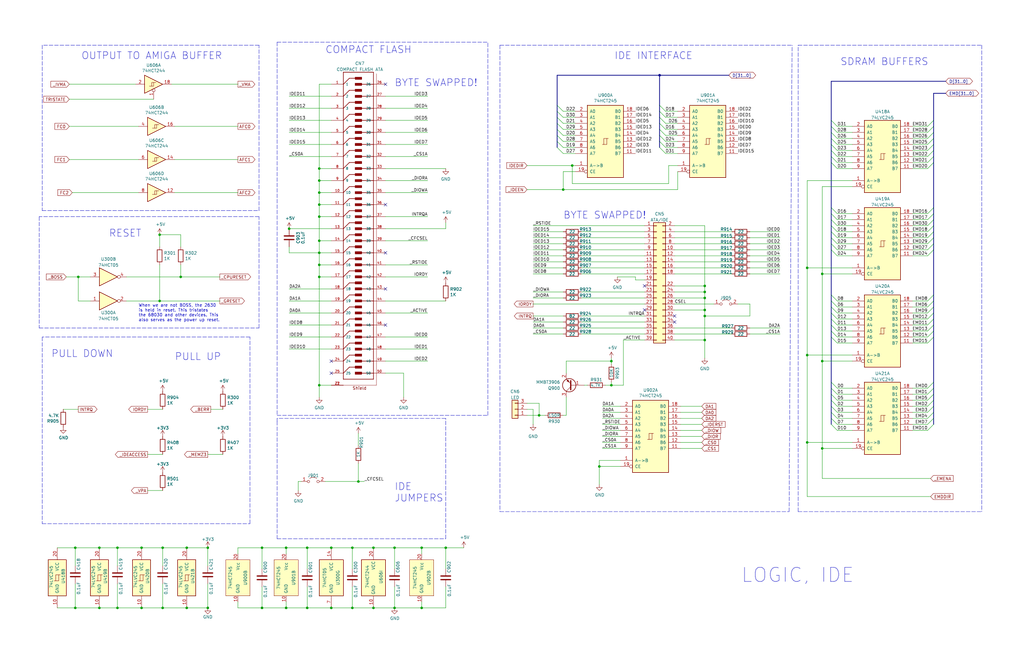
<source format=kicad_sch>
(kicad_sch (version 20231120) (generator "eeschema") (generator_version "8.0")
  (paper "B")
  (title_block (title "Amiga N2630 MC68880 PGA") (date "2024-03-24") (rev "4.1.0b"))
  (junction (at 340.36 113.03))
  (junction (at 297.18 125.73))
  (junction (at 177.8 231.14))
  (junction (at 134.62 86.36))
  (junction (at 68.58 256.54))
  (junction (at 148.59 231.14))
  (junction (at 134.62 111.76))
  (junction (at 67.31 127))
  (junction (at 166.37 231.14))
  (junction (at 177.8 256.54))
  (junction (at 41.91 231.14))
  (junction (at 134.62 116.84))
  (junction (at 41.91 256.54))
  (junction (at 237.49 80.01))
  (junction (at 121.92 96.52))
  (junction (at 297.18 123.19))
  (junction (at 134.62 76.2))
  (junction (at 187.96 231.14))
  (junction (at 157.48 231.14))
  (junction (at 31.75 256.54))
  (junction (at 67.31 99.06))
  (junction (at 129.54 256.54))
  (junction (at 120.65 231.14))
  (junction (at 278.13 31.75))
  (junction (at 166.37 256.54))
  (junction (at 31.75 231.14))
  (junction (at 76.2 116.84))
  (junction (at 110.49 231.14))
  (junction (at 33.02 116.84))
  (junction (at 110.49 256.54))
  (junction (at 134.62 162.56))
  (junction (at 78.74 256.54))
  (junction (at 134.62 101.6))
  (junction (at 297.18 133.35))
  (junction (at 297.18 120.65))
  (junction (at 120.65 256.54))
  (junction (at 49.53 231.14))
  (junction (at 346.71 152.4))
  (junction (at 87.63 256.54))
  (junction (at 151.13 203.2))
  (junction (at 49.53 256.54))
  (junction (at 78.74 231.14))
  (junction (at 129.54 231.14))
  (junction (at 257.81 162.56))
  (junction (at 252.73 196.85))
  (junction (at 134.62 106.68))
  (junction (at 87.63 231.14))
  (junction (at 227.33 175.26))
  (junction (at 148.59 256.54))
  (junction (at 297.18 143.51))
  (junction (at 340.36 186.69))
  (junction (at 134.62 81.28))
  (junction (at 257.81 152.4))
  (junction (at 157.48 256.54))
  (junction (at 134.62 71.12))
  (junction (at 340.36 149.86))
  (junction (at 346.71 189.23))
  (junction (at 297.18 130.81))
  (junction (at 139.7 256.54))
  (junction (at 346.71 115.57))
  (junction (at 59.69 256.54))
  (junction (at 59.69 231.14))
  (junction (at 241.3 69.85))
  (junction (at 68.58 231.14))
  (junction (at 134.62 91.44))
  (junction (at 139.7 231.14))
  (no_connect (at 162.56 35.56))
  (no_connect (at 162.56 86.36))
  (no_connect (at 139.7 157.48))
  (no_connect (at 284.48 133.35))
  (no_connect (at 139.7 152.4))
  (no_connect (at 162.56 137.16))
  (no_connect (at 162.56 106.68))
  (no_connect (at 284.48 135.89))
  (no_connect (at 162.56 121.92))
  (no_connect (at 271.78 130.81))
  (no_connect (at 271.78 120.65))
  (bus_entry (at 353.06 139.7) (size -2.54 -2.54))
  (bus_entry (at 278.13 49.53) (size 2.54 2.54))
  (bus_entry (at 278.13 46.99) (size 2.54 2.54))
  (bus_entry (at 278.13 44.45) (size 2.54 2.54))
  (bus_entry (at 278.13 62.23) (size 2.54 2.54))
  (bus_entry (at 278.13 59.69) (size 2.54 2.54))
  (bus_entry (at 278.13 57.15) (size 2.54 2.54))
  (bus_entry (at 278.13 54.61) (size 2.54 2.54))
  (bus_entry (at 278.13 52.07) (size 2.54 2.54))
  (bus_entry (at 353.06 163.83) (size -2.54 -2.54))
  (bus_entry (at 391.16 144.78) (size 2.54 -2.54))
  (bus_entry (at 391.16 166.37) (size 2.54 -2.54))
  (bus_entry (at 353.06 137.16) (size -2.54 -2.54))
  (bus_entry (at 391.16 163.83) (size 2.54 -2.54))
  (bus_entry (at 391.16 71.12) (size 2.54 -2.54))
  (bus_entry (at 353.06 142.24) (size -2.54 -2.54))
  (bus_entry (at 353.06 53.34) (size -2.54 -2.54))
  (bus_entry (at 353.06 129.54) (size -2.54 -2.54))
  (bus_entry (at 391.16 95.25) (size 2.54 -2.54))
  (bus_entry (at 391.16 102.87) (size 2.54 -2.54))
  (bus_entry (at 391.16 63.5) (size 2.54 -2.54))
  (bus_entry (at 391.16 168.91) (size 2.54 -2.54))
  (bus_entry (at 353.06 102.87) (size -2.54 -2.54))
  (bus_entry (at 391.16 97.79) (size 2.54 -2.54))
  (bus_entry (at 391.16 60.96) (size 2.54 -2.54))
  (bus_entry (at 391.16 127) (size 2.54 -2.54))
  (bus_entry (at 353.06 71.12) (size -2.54 -2.54))
  (bus_entry (at 353.06 168.91) (size -2.54 -2.54))
  (bus_entry (at 391.16 66.04) (size 2.54 -2.54))
  (bus_entry (at 353.06 100.33) (size -2.54 -2.54))
  (bus_entry (at 391.16 132.08) (size 2.54 -2.54))
  (bus_entry (at 391.16 142.24) (size 2.54 -2.54))
  (bus_entry (at 391.16 53.34) (size 2.54 -2.54))
  (bus_entry (at 353.06 90.17) (size -2.54 -2.54))
  (bus_entry (at 353.06 166.37) (size -2.54 -2.54))
  (bus_entry (at 353.06 107.95) (size -2.54 -2.54))
  (bus_entry (at 391.16 68.58) (size 2.54 -2.54))
  (bus_entry (at 353.06 95.25) (size -2.54 -2.54))
  (bus_entry (at 391.16 105.41) (size 2.54 -2.54))
  (bus_entry (at 391.16 171.45) (size 2.54 -2.54))
  (bus_entry (at 353.06 132.08) (size -2.54 -2.54))
  (bus_entry (at 391.16 137.16) (size 2.54 -2.54))
  (bus_entry (at 353.06 60.96) (size -2.54 -2.54))
  (bus_entry (at 391.16 107.95) (size 2.54 -2.54))
  (bus_entry (at 353.06 144.78) (size -2.54 -2.54))
  (bus_entry (at 353.06 127) (size -2.54 -2.54))
  (bus_entry (at 353.06 63.5) (size -2.54 -2.54))
  (bus_entry (at 353.06 134.62) (size -2.54 -2.54))
  (bus_entry (at 391.16 58.42) (size 2.54 -2.54))
  (bus_entry (at 353.06 68.58) (size -2.54 -2.54))
  (bus_entry (at 391.16 173.99) (size 2.54 -2.54))
  (bus_entry (at 391.16 181.61) (size 2.54 -2.54))
  (bus_entry (at 391.16 179.07) (size 2.54 -2.54))
  (bus_entry (at 391.16 176.53) (size 2.54 -2.54))
  (bus_entry (at 391.16 90.17) (size 2.54 -2.54))
  (bus_entry (at 353.06 92.71) (size -2.54 -2.54))
  (bus_entry (at 353.06 55.88) (size -2.54 -2.54))
  (bus_entry (at 353.06 181.61) (size -2.54 -2.54))
  (bus_entry (at 353.06 66.04) (size -2.54 -2.54))
  (bus_entry (at 353.06 179.07) (size -2.54 -2.54))
  (bus_entry (at 234.95 62.23) (size 2.54 2.54))
  (bus_entry (at 234.95 59.69) (size 2.54 2.54))
  (bus_entry (at 234.95 57.15) (size 2.54 2.54))
  (bus_entry (at 234.95 54.61) (size 2.54 2.54))
  (bus_entry (at 234.95 44.45) (size 2.54 2.54))
  (bus_entry (at 234.95 52.07) (size 2.54 2.54))
  (bus_entry (at 234.95 49.53) (size 2.54 2.54))
  (bus_entry (at 234.95 46.99) (size 2.54 2.54))
  (bus_entry (at 391.16 139.7) (size 2.54 -2.54))
  (bus_entry (at 353.06 173.99) (size -2.54 -2.54))
  (bus_entry (at 391.16 55.88) (size 2.54 -2.54))
  (bus_entry (at 353.06 97.79) (size -2.54 -2.54))
  (bus_entry (at 391.16 134.62) (size 2.54 -2.54))
  (bus_entry (at 353.06 105.41) (size -2.54 -2.54))
  (bus_entry (at 353.06 58.42) (size -2.54 -2.54))
  (bus_entry (at 353.06 171.45) (size -2.54 -2.54))
  (bus_entry (at 353.06 176.53) (size -2.54 -2.54))
  (bus_entry (at 391.16 100.33) (size 2.54 -2.54))
  (bus_entry (at 391.16 92.71) (size 2.54 -2.54))
  (bus_entry (at 391.16 129.54) (size 2.54 -2.54))
  (wire (pts (xy 384.81 127) (xy 391.16 127)))
  (wire (pts (xy 148.59 256.54) (xy 157.48 256.54)))
  (wire (pts (xy 41.91 256.54) (xy 49.53 256.54)))
  (wire (pts (xy 281.94 77.47) (xy 241.3 77.47)))
  (wire (pts (xy 62.23 172.72) (xy 68.58 172.72)))
  (wire (pts (xy 384.81 179.07) (xy 391.16 179.07)))
  (wire (pts (xy 252.73 194.31) (xy 252.73 196.85)))
  (wire (pts (xy 121.92 55.88) (xy 139.7 55.88)))
  (polyline (pts (xy 116.84 177.8) (xy 116.84 227.33)) (stroke (width 0) (type dash)))
  (wire (pts (xy 287.02 173.99) (xy 295.91 173.99)))
  (wire (pts (xy 257.81 151.13) (xy 257.81 152.4)))
  (wire (pts (xy 134.62 86.36) (xy 139.7 86.36)))
  (wire (pts (xy 134.62 101.6) (xy 139.7 101.6)))
  (wire (pts (xy 151.13 195.58) (xy 151.13 203.2)))
  (bus (pts (xy 350.52 124.46) (xy 350.52 105.41)))
  (bus (pts (xy 350.52 173.99) (xy 350.52 171.45)))
  (wire (pts (xy 353.06 163.83) (xy 359.41 163.83)))
  (wire (pts (xy 297.18 95.25) (xy 297.18 120.65)))
  (wire (pts (xy 280.67 52.07) (xy 285.75 52.07)))
  (wire (pts (xy 151.13 187.96) (xy 151.13 182.88)))
  (bus (pts (xy 393.7 127) (xy 393.7 124.46)))
  (wire (pts (xy 353.06 53.34) (xy 359.41 53.34)))
  (wire (pts (xy 287.02 186.69) (xy 295.91 186.69)))
  (wire (pts (xy 287.02 189.23) (xy 295.91 189.23)))
  (wire (pts (xy 284.48 115.57) (xy 308.61 115.57)))
  (wire (pts (xy 162.56 40.64) (xy 180.34 40.64)))
  (bus (pts (xy 234.95 49.53) (xy 234.95 46.99)))
  (polyline (pts (xy 414.02 19.05) (xy 414.02 215.9)) (stroke (width 0) (type dash)))
  (wire (pts (xy 353.06 71.12) (xy 359.41 71.12)))
  (wire (pts (xy 316.23 100.33) (xy 328.93 100.33)))
  (wire (pts (xy 222.25 69.85) (xy 241.3 69.85)))
  (wire (pts (xy 257.81 162.56) (xy 262.89 162.56)))
  (wire (pts (xy 285.75 69.85) (xy 281.94 69.85)))
  (wire (pts (xy 67.31 111.76) (xy 67.31 127)))
  (polyline (pts (xy 336.55 215.9) (xy 414.02 215.9)) (stroke (width 0) (type dash)))
  (wire (pts (xy 129.54 231.14) (xy 129.54 240.03)))
  (wire (pts (xy 384.81 166.37) (xy 391.16 166.37)))
  (wire (pts (xy 127 203.2) (xy 125.73 203.2)))
  (polyline (pts (xy 336.55 19.05) (xy 414.02 19.05)) (stroke (width 0) (type dash)))
  (bus (pts (xy 393.7 161.29) (xy 393.7 142.24)))
  (wire (pts (xy 284.48 130.81) (xy 297.18 130.81)))
  (bus (pts (xy 393.7 168.91) (xy 393.7 166.37)))
  (wire (pts (xy 121.92 60.96) (xy 139.7 60.96)))
  (wire (pts (xy 134.62 111.76) (xy 134.62 116.84)))
  (wire (pts (xy 24.13 256.54) (xy 31.75 256.54)))
  (bus (pts (xy 393.7 105.41) (xy 393.7 102.87)))
  (wire (pts (xy 166.37 247.65) (xy 166.37 256.54)))
  (wire (pts (xy 73.66 81.28) (xy 100.33 81.28)))
  (bus (pts (xy 393.7 55.88) (xy 393.7 53.34)))
  (wire (pts (xy 87.63 191.77) (xy 93.98 191.77)))
  (bus (pts (xy 350.52 97.79) (xy 350.52 95.25)))
  (polyline (pts (xy 105.41 142.24) (xy 17.78 142.24)) (stroke (width 0) (type dash)))
  (wire (pts (xy 254 176.53) (xy 261.62 176.53)))
  (wire (pts (xy 346.71 115.57) (xy 359.41 115.57)))
  (bus (pts (xy 393.7 132.08) (xy 393.7 129.54)))
  (bus (pts (xy 393.7 95.25) (xy 393.7 92.71)))
  (wire (pts (xy 31.75 256.54) (xy 41.91 256.54)))
  (wire (pts (xy 33.02 116.84) (xy 33.02 127)))
  (wire (pts (xy 260.35 116.84) (xy 267.97 116.84)))
  (wire (pts (xy 148.59 231.14) (xy 157.48 231.14)))
  (wire (pts (xy 157.48 256.54) (xy 166.37 256.54)))
  (wire (pts (xy 280.67 46.99) (xy 285.75 46.99)))
  (wire (pts (xy 346.71 115.57) (xy 346.71 152.4)))
  (wire (pts (xy 297.18 130.81) (xy 297.18 133.35)))
  (bus (pts (xy 350.52 179.07) (xy 350.52 176.53)))
  (wire (pts (xy 262.89 143.51) (xy 262.89 162.56)))
  (wire (pts (xy 384.81 95.25) (xy 391.16 95.25)))
  (polyline (pts (xy 109.22 138.43) (xy 109.22 91.44)) (stroke (width 0) (type dash)))
  (wire (pts (xy 353.06 102.87) (xy 359.41 102.87)))
  (wire (pts (xy 129.54 256.54) (xy 139.7 256.54)))
  (bus (pts (xy 350.52 105.41) (xy 350.52 102.87)))
  (bus (pts (xy 393.7 176.53) (xy 393.7 173.99)))
  (wire (pts (xy 353.06 58.42) (xy 359.41 58.42)))
  (wire (pts (xy 254 186.69) (xy 261.62 186.69)))
  (wire (pts (xy 224.79 102.87) (xy 237.49 102.87)))
  (bus (pts (xy 234.95 31.75) (xy 278.13 31.75)))
  (wire (pts (xy 121.92 121.92) (xy 139.7 121.92)))
  (polyline (pts (xy 210.82 215.9) (xy 332.74 215.9)) (stroke (width 0) (type dash)))
  (wire (pts (xy 254 179.07) (xy 261.62 179.07)))
  (wire (pts (xy 353.06 68.58) (xy 359.41 68.58)))
  (wire (pts (xy 316.23 133.35) (xy 297.18 133.35)))
  (polyline (pts (xy 210.82 19.05) (xy 334.01 19.05)) (stroke (width 0) (type dash)))
  (wire (pts (xy 31.75 231.14) (xy 24.13 231.14)))
  (bus (pts (xy 350.52 166.37) (xy 350.52 163.83)))
  (bus (pts (xy 393.7 50.8) (xy 393.7 39.37)))
  (wire (pts (xy 245.11 135.89) (xy 271.78 135.89)))
  (wire (pts (xy 87.63 231.14) (xy 78.74 231.14)))
  (wire (pts (xy 238.76 157.48) (xy 238.76 152.4)))
  (wire (pts (xy 384.81 66.04) (xy 391.16 66.04)))
  (wire (pts (xy 87.63 256.54) (xy 87.63 246.38)))
  (wire (pts (xy 346.71 78.74) (xy 346.71 115.57)))
  (wire (pts (xy 134.62 162.56) (xy 139.7 162.56)))
  (bus (pts (xy 350.52 102.87) (xy 350.52 100.33)))
  (wire (pts (xy 384.81 181.61) (xy 391.16 181.61)))
  (polyline (pts (xy 116.84 175.26) (xy 205.74 175.26)) (stroke (width 0) (type dash)))
  (wire (pts (xy 284.48 128.27) (xy 300.99 128.27)))
  (wire (pts (xy 110.49 247.65) (xy 110.49 256.54)))
  (wire (pts (xy 284.48 140.97) (xy 308.61 140.97)))
  (wire (pts (xy 245.11 123.19) (xy 271.78 123.19)))
  (wire (pts (xy 284.48 110.49) (xy 308.61 110.49)))
  (wire (pts (xy 353.06 179.07) (xy 359.41 179.07)))
  (wire (pts (xy 245.11 102.87) (xy 271.78 102.87)))
  (wire (pts (xy 139.7 231.14) (xy 148.59 231.14)))
  (wire (pts (xy 245.11 115.57) (xy 271.78 115.57)))
  (wire (pts (xy 384.81 134.62) (xy 391.16 134.62)))
  (wire (pts (xy 241.3 69.85) (xy 242.57 69.85)))
  (wire (pts (xy 346.71 189.23) (xy 346.71 201.93)))
  (wire (pts (xy 64.77 41.91) (xy 29.21 41.91)))
  (wire (pts (xy 224.79 95.25) (xy 271.78 95.25)))
  (wire (pts (xy 162.56 91.44) (xy 180.34 91.44)))
  (wire (pts (xy 100.33 231.14) (xy 110.49 231.14)))
  (wire (pts (xy 287.02 179.07) (xy 295.91 179.07)))
  (wire (pts (xy 162.56 111.76) (xy 180.34 111.76)))
  (wire (pts (xy 340.36 113.03) (xy 340.36 149.86)))
  (wire (pts (xy 68.58 231.14) (xy 68.58 238.76)))
  (bus (pts (xy 393.7 179.07) (xy 393.7 176.53)))
  (wire (pts (xy 245.11 133.35) (xy 271.78 133.35)))
  (wire (pts (xy 162.56 55.88) (xy 180.34 55.88)))
  (bus (pts (xy 234.95 44.45) (xy 234.95 31.75)))
  (wire (pts (xy 68.58 246.38) (xy 68.58 256.54)))
  (wire (pts (xy 316.23 113.03) (xy 328.93 113.03)))
  (wire (pts (xy 76.2 116.84) (xy 92.71 116.84)))
  (wire (pts (xy 49.53 231.14) (xy 49.53 238.76)))
  (bus (pts (xy 350.52 139.7) (xy 350.52 137.16)))
  (polyline (pts (xy 187.96 227.33) (xy 187.96 176.53)) (stroke (width 0) (type dash)))
  (bus (pts (xy 350.52 142.24) (xy 350.52 139.7)))
  (wire (pts (xy 287.02 181.61) (xy 295.91 181.61)))
  (wire (pts (xy 316.23 138.43) (xy 328.93 138.43)))
  (bus (pts (xy 234.95 46.99) (xy 234.95 44.45)))
  (bus (pts (xy 350.52 95.25) (xy 350.52 92.71)))
  (wire (pts (xy 187.96 93.98) (xy 187.96 96.52)))
  (polyline (pts (xy 109.22 88.9) (xy 109.22 19.05)) (stroke (width 0) (type dash)))
  (wire (pts (xy 187.96 247.65) (xy 187.96 256.54)))
  (bus (pts (xy 278.13 59.69) (xy 278.13 57.15)))
  (bus (pts (xy 350.52 129.54) (xy 350.52 127)))
  (wire (pts (xy 353.06 134.62) (xy 359.41 134.62)))
  (wire (pts (xy 121.92 96.52) (xy 139.7 96.52)))
  (wire (pts (xy 134.62 81.28) (xy 139.7 81.28)))
  (wire (pts (xy 311.15 128.27) (xy 316.23 128.27)))
  (wire (pts (xy 162.56 96.52) (xy 187.96 96.52)))
  (wire (pts (xy 252.73 196.85) (xy 261.62 196.85)))
  (wire (pts (xy 88.9 172.72) (xy 93.98 172.72)))
  (polyline (pts (xy 205.74 175.26) (xy 205.74 17.78)) (stroke (width 0) (type dash)))
  (wire (pts (xy 162.56 45.72) (xy 180.34 45.72)))
  (wire (pts (xy 246.38 162.56) (xy 247.65 162.56)))
  (polyline (pts (xy 210.82 19.05) (xy 210.82 215.9)) (stroke (width 0) (type dash)))
  (wire (pts (xy 162.56 142.24) (xy 180.34 142.24)))
  (bus (pts (xy 278.13 52.07) (xy 278.13 49.53)))
  (wire (pts (xy 121.92 106.68) (xy 134.62 106.68)))
  (wire (pts (xy 384.81 107.95) (xy 391.16 107.95)))
  (bus (pts (xy 393.7 124.46) (xy 393.7 105.41)))
  (wire (pts (xy 68.58 231.14) (xy 59.69 231.14)))
  (wire (pts (xy 384.81 168.91) (xy 391.16 168.91)))
  (wire (pts (xy 68.58 256.54) (xy 78.74 256.54)))
  (wire (pts (xy 346.71 201.93) (xy 392.43 201.93)))
  (wire (pts (xy 384.81 171.45) (xy 391.16 171.45)))
  (wire (pts (xy 238.76 152.4) (xy 257.81 152.4)))
  (wire (pts (xy 346.71 152.4) (xy 359.41 152.4)))
  (wire (pts (xy 284.48 105.41) (xy 308.61 105.41)))
  (wire (pts (xy 353.06 63.5) (xy 359.41 63.5)))
  (wire (pts (xy 267.97 118.11) (xy 271.78 118.11)))
  (polyline (pts (xy 187.96 176.53) (xy 116.84 176.53)) (stroke (width 0) (type dash)))
  (wire (pts (xy 237.49 59.69) (xy 242.57 59.69)))
  (wire (pts (xy 125.73 203.2) (xy 125.73 207.01)))
  (wire (pts (xy 340.36 76.2) (xy 340.36 113.03)))
  (wire (pts (xy 148.59 247.65) (xy 148.59 256.54)))
  (wire (pts (xy 340.36 149.86) (xy 359.41 149.86)))
  (wire (pts (xy 237.49 175.26) (xy 238.76 175.26)))
  (wire (pts (xy 224.79 113.03) (xy 237.49 113.03)))
  (bus (pts (xy 393.7 87.63) (xy 393.7 68.58)))
  (wire (pts (xy 257.81 162.56) (xy 255.27 162.56)))
  (wire (pts (xy 384.81 173.99) (xy 391.16 173.99)))
  (wire (pts (xy 72.39 35.56) (xy 100.33 35.56)))
  (wire (pts (xy 384.81 137.16) (xy 391.16 137.16)))
  (wire (pts (xy 227.33 175.26) (xy 229.87 175.26)))
  (polyline (pts (xy 116.84 227.33) (xy 187.96 227.33)) (stroke (width 0) (type dash)))
  (wire (pts (xy 284.48 107.95) (xy 308.61 107.95)))
  (wire (pts (xy 59.69 231.14) (xy 49.53 231.14)))
  (bus (pts (xy 234.95 52.07) (xy 234.95 49.53)))
  (bus (pts (xy 234.95 62.23) (xy 234.95 59.69)))
  (wire (pts (xy 384.81 139.7) (xy 391.16 139.7)))
  (wire (pts (xy 224.79 110.49) (xy 237.49 110.49)))
  (bus (pts (xy 350.52 53.34) (xy 350.52 50.8)))
  (wire (pts (xy 100.33 256.54) (xy 110.49 256.54)))
  (wire (pts (xy 237.49 52.07) (xy 242.57 52.07)))
  (wire (pts (xy 227.33 170.18) (xy 227.33 175.26)))
  (wire (pts (xy 134.62 111.76) (xy 139.7 111.76)))
  (bus (pts (xy 393.7 100.33) (xy 393.7 97.79)))
  (polyline (pts (xy 109.22 91.44) (xy 16.51 91.44)) (stroke (width 0) (type dash)))
  (wire (pts (xy 162.56 127) (xy 187.96 127)))
  (wire (pts (xy 353.06 173.99) (xy 359.41 173.99)))
  (wire (pts (xy 257.81 161.29) (xy 257.81 162.56)))
  (polyline (pts (xy 16.51 91.44) (xy 16.51 138.43)) (stroke (width 0) (type dash)))
  (wire (pts (xy 162.56 81.28) (xy 180.34 81.28)))
  (wire (pts (xy 222.25 172.72) (xy 224.79 172.72)))
  (wire (pts (xy 162.56 132.08) (xy 180.34 132.08)))
  (wire (pts (xy 297.18 133.35) (xy 297.18 143.51)))
  (bus (pts (xy 350.52 100.33) (xy 350.52 97.79)))
  (bus (pts (xy 278.13 44.45) (xy 278.13 31.75)))
  (wire (pts (xy 58.42 81.28) (xy 30.48 81.28)))
  (wire (pts (xy 297.18 120.65) (xy 297.18 123.19)))
  (wire (pts (xy 166.37 240.03) (xy 166.37 231.14)))
  (wire (pts (xy 134.62 76.2) (xy 134.62 81.28)))
  (wire (pts (xy 177.8 256.54) (xy 187.96 256.54)))
  (wire (pts (xy 316.23 105.41) (xy 328.93 105.41)))
  (wire (pts (xy 162.56 147.32) (xy 180.34 147.32)))
  (wire (pts (xy 162.56 50.8) (xy 180.34 50.8)))
  (wire (pts (xy 245.11 107.95) (xy 271.78 107.95)))
  (bus (pts (xy 234.95 54.61) (xy 234.95 52.07)))
  (wire (pts (xy 262.89 143.51) (xy 271.78 143.51)))
  (wire (pts (xy 384.81 144.78) (xy 391.16 144.78)))
  (bus (pts (xy 393.7 142.24) (xy 393.7 139.7)))
  (wire (pts (xy 222.25 80.01) (xy 237.49 80.01)))
  (wire (pts (xy 267.97 116.84) (xy 267.97 118.11)))
  (bus (pts (xy 393.7 53.34) (xy 393.7 50.8)))
  (wire (pts (xy 134.62 91.44) (xy 139.7 91.44)))
  (wire (pts (xy 120.65 254) (xy 120.65 256.54)))
  (wire (pts (xy 284.48 102.87) (xy 308.61 102.87)))
  (bus (pts (xy 278.13 54.61) (xy 278.13 52.07)))
  (polyline (pts (xy 16.51 138.43) (xy 109.22 138.43)) (stroke (width 0) (type dash)))
  (bus (pts (xy 278.13 31.75) (xy 307.34 31.75)))
  (wire (pts (xy 359.41 78.74) (xy 346.71 78.74)))
  (wire (pts (xy 261.62 194.31) (xy 252.73 194.31)))
  (wire (pts (xy 134.62 86.36) (xy 134.62 91.44)))
  (wire (pts (xy 162.56 116.84) (xy 180.34 116.84)))
  (wire (pts (xy 384.81 129.54) (xy 391.16 129.54)))
  (wire (pts (xy 353.06 100.33) (xy 359.41 100.33)))
  (wire (pts (xy 245.11 140.97) (xy 271.78 140.97)))
  (wire (pts (xy 353.06 97.79) (xy 359.41 97.79)))
  (wire (pts (xy 384.81 71.12) (xy 391.16 71.12)))
  (wire (pts (xy 134.62 35.56) (xy 134.62 71.12)))
  (wire (pts (xy 287.02 176.53) (xy 295.91 176.53)))
  (wire (pts (xy 245.11 110.49) (xy 271.78 110.49)))
  (bus (pts (xy 350.52 163.83) (xy 350.52 161.29)))
  (wire (pts (xy 316.23 140.97) (xy 328.93 140.97)))
  (polyline (pts (xy 17.78 88.9) (xy 109.22 88.9)) (stroke (width 0) (type dash)))
  (wire (pts (xy 353.06 127) (xy 359.41 127)))
  (wire (pts (xy 280.67 64.77) (xy 285.75 64.77)))
  (wire (pts (xy 177.8 231.14) (xy 187.96 231.14)))
  (wire (pts (xy 353.06 107.95) (xy 359.41 107.95)))
  (wire (pts (xy 134.62 116.84) (xy 139.7 116.84)))
  (bus (pts (xy 350.52 132.08) (xy 350.52 129.54)))
  (wire (pts (xy 134.62 106.68) (xy 134.62 111.76)))
  (wire (pts (xy 76.2 111.76) (xy 76.2 116.84)))
  (wire (pts (xy 62.23 207.01) (xy 68.58 207.01)))
  (bus (pts (xy 393.7 68.58) (xy 393.7 66.04)))
  (bus (pts (xy 278.13 49.53) (xy 278.13 46.99)))
  (wire (pts (xy 166.37 256.54) (xy 177.8 256.54)))
  (wire (pts (xy 287.02 184.15) (xy 295.91 184.15)))
  (wire (pts (xy 121.92 66.04) (xy 139.7 66.04)))
  (wire (pts (xy 340.36 186.69) (xy 359.41 186.69)))
  (wire (pts (xy 245.11 100.33) (xy 271.78 100.33)))
  (wire (pts (xy 237.49 80.01) (xy 285.75 80.01)))
  (polyline (pts (xy 17.78 220.98) (xy 105.41 220.98)) (stroke (width 0) (type dash)))
  (wire (pts (xy 359.41 76.2) (xy 340.36 76.2)))
  (polyline (pts (xy 116.84 17.78) (xy 205.74 17.78)) (stroke (width 0) (type dash)))
  (wire (pts (xy 31.75 246.38) (xy 31.75 256.54)))
  (wire (pts (xy 245.11 105.41) (xy 271.78 105.41)))
  (wire (pts (xy 280.67 54.61) (xy 285.75 54.61)))
  (wire (pts (xy 353.06 137.16) (xy 359.41 137.16)))
  (bus (pts (xy 393.7 129.54) (xy 393.7 127)))
  (bus (pts (xy 393.7 163.83) (xy 393.7 161.29)))
  (wire (pts (xy 59.69 256.54) (xy 68.58 256.54)))
  (wire (pts (xy 78.74 256.54) (xy 87.63 256.54)))
  (wire (pts (xy 166.37 231.14) (xy 177.8 231.14)))
  (wire (pts (xy 53.34 116.84) (xy 76.2 116.84)))
  (wire (pts (xy 237.49 54.61) (xy 242.57 54.61)))
  (wire (pts (xy 245.11 97.79) (xy 271.78 97.79)))
  (wire (pts (xy 58.42 53.34) (xy 29.21 53.34)))
  (bus (pts (xy 393.7 60.96) (xy 393.7 58.42)))
  (bus (pts (xy 393.7 63.5) (xy 393.7 60.96)))
  (wire (pts (xy 57.15 35.56) (xy 29.21 35.56)))
  (bus (pts (xy 393.7 139.7) (xy 393.7 137.16)))
  (wire (pts (xy 162.56 101.6) (xy 180.34 101.6)))
  (wire (pts (xy 139.7 256.54) (xy 148.59 256.54)))
  (wire (pts (xy 346.71 189.23) (xy 359.41 189.23)))
  (wire (pts (xy 384.81 100.33) (xy 391.16 100.33)))
  (wire (pts (xy 162.56 76.2) (xy 180.34 76.2)))
  (wire (pts (xy 353.06 139.7) (xy 359.41 139.7)))
  (wire (pts (xy 252.73 196.85) (xy 252.73 204.47)))
  (wire (pts (xy 224.79 123.19) (xy 237.49 123.19)))
  (wire (pts (xy 224.79 172.72) (xy 224.79 179.07)))
  (wire (pts (xy 121.92 147.32) (xy 139.7 147.32)))
  (wire (pts (xy 121.92 104.14) (xy 121.92 106.68)))
  (wire (pts (xy 129.54 231.14) (xy 139.7 231.14)))
  (wire (pts (xy 297.18 123.19) (xy 297.18 125.73)))
  (wire (pts (xy 353.06 95.25) (xy 359.41 95.25)))
  (bus (pts (xy 234.95 57.15) (xy 234.95 54.61)))
  (bus (pts (xy 350.52 127) (xy 350.52 124.46)))
  (wire (pts (xy 62.23 191.77) (xy 68.58 191.77)))
  (wire (pts (xy 121.92 137.16) (xy 139.7 137.16)))
  (wire (pts (xy 58.42 67.31) (xy 29.21 67.31)))
  (bus (pts (xy 278.13 46.99) (xy 278.13 44.45)))
  (bus (pts (xy 350.52 87.63) (xy 350.52 68.58)))
  (wire (pts (xy 224.79 133.35) (xy 237.49 133.35)))
  (wire (pts (xy 284.48 123.19) (xy 297.18 123.19)))
  (bus (pts (xy 393.7 137.16) (xy 393.7 134.62)))
  (wire (pts (xy 316.23 107.95) (xy 328.93 107.95)))
  (wire (pts (xy 78.74 231.14) (xy 68.58 231.14)))
  (wire (pts (xy 284.48 100.33) (xy 308.61 100.33)))
  (wire (pts (xy 353.06 55.88) (xy 359.41 55.88)))
  (wire (pts (xy 110.49 231.14) (xy 110.49 240.03)))
  (wire (pts (xy 73.66 67.31) (xy 100.33 67.31)))
  (wire (pts (xy 162.56 60.96) (xy 180.34 60.96)))
  (wire (pts (xy 254 181.61) (xy 261.62 181.61)))
  (wire (pts (xy 353.06 142.24) (xy 359.41 142.24)))
  (wire (pts (xy 284.48 143.51) (xy 297.18 143.51)))
  (wire (pts (xy 53.34 127) (xy 67.31 127)))
  (wire (pts (xy 254 184.15) (xy 261.62 184.15)))
  (wire (pts (xy 353.06 168.91) (xy 359.41 168.91)))
  (wire (pts (xy 353.06 176.53) (xy 359.41 176.53)))
  (bus (pts (xy 393.7 90.17) (xy 393.7 87.63)))
  (wire (pts (xy 353.06 171.45) (xy 359.41 171.45)))
  (wire (pts (xy 316.23 128.27) (xy 316.23 133.35)))
  (wire (pts (xy 120.65 231.14) (xy 129.54 231.14)))
  (wire (pts (xy 384.81 97.79) (xy 391.16 97.79)))
  (wire (pts (xy 134.62 106.68) (xy 139.7 106.68)))
  (wire (pts (xy 316.23 115.57) (xy 328.93 115.57)))
  (wire (pts (xy 224.79 115.57) (xy 237.49 115.57)))
  (bus (pts (xy 350.52 66.04) (xy 350.52 63.5)))
  (wire (pts (xy 237.49 72.39) (xy 237.49 80.01)))
  (wire (pts (xy 384.81 63.5) (xy 391.16 63.5)))
  (wire (pts (xy 120.65 231.14) (xy 120.65 233.68)))
  (wire (pts (xy 224.79 107.95) (xy 237.49 107.95)))
  (bus (pts (xy 393.7 58.42) (xy 393.7 55.88)))
  (wire (pts (xy 120.65 256.54) (xy 129.54 256.54)))
  (wire (pts (xy 254 171.45) (xy 261.62 171.45)))
  (wire (pts (xy 162.56 157.48) (xy 170.18 157.48)))
  (wire (pts (xy 280.67 62.23) (xy 285.75 62.23)))
  (bus (pts (xy 350.52 161.29) (xy 350.52 142.24)))
  (polyline (pts (xy 116.84 176.53) (xy 116.84 177.8)) (stroke (width 0) (type dash)))
  (bus (pts (xy 393.7 166.37) (xy 393.7 163.83)))
  (wire (pts (xy 284.48 113.03) (xy 308.61 113.03)))
  (wire (pts (xy 284.48 95.25) (xy 297.18 95.25)))
  (wire (pts (xy 33.02 172.72) (xy 26.67 172.72)))
  (bus (pts (xy 278.13 57.15) (xy 278.13 54.61)))
  (wire (pts (xy 280.67 59.69) (xy 285.75 59.69)))
  (wire (pts (xy 33.02 116.84) (xy 27.94 116.84)))
  (wire (pts (xy 87.63 238.76) (xy 87.63 231.14)))
  (wire (pts (xy 41.91 231.14) (xy 31.75 231.14)))
  (wire (pts (xy 353.06 60.96) (xy 359.41 60.96)))
  (wire (pts (xy 224.79 135.89) (xy 237.49 135.89)))
  (wire (pts (xy 353.06 129.54) (xy 359.41 129.54)))
  (wire (pts (xy 353.06 181.61) (xy 359.41 181.61)))
  (bus (pts (xy 393.7 102.87) (xy 393.7 100.33)))
  (wire (pts (xy 353.06 92.71) (xy 359.41 92.71)))
  (wire (pts (xy 284.48 138.43) (xy 308.61 138.43)))
  (polyline (pts (xy 109.22 19.05) (xy 17.78 19.05)) (stroke (width 0) (type dash)))
  (polyline (pts (xy 336.55 215.9) (xy 336.55 19.05)) (stroke (width 0) (type dash)))
  (wire (pts (xy 187.96 231.14) (xy 195.58 231.14)))
  (bus (pts (xy 350.52 50.8) (xy 350.52 34.29)))
  (wire (pts (xy 162.56 71.12) (xy 187.96 71.12)))
  (wire (pts (xy 137.16 203.2) (xy 151.13 203.2)))
  (wire (pts (xy 237.49 57.15) (xy 242.57 57.15)))
  (wire (pts (xy 254 173.99) (xy 261.62 173.99)))
  (wire (pts (xy 177.8 231.14) (xy 177.8 233.68)))
  (wire (pts (xy 284.48 97.79) (xy 308.61 97.79)))
  (wire (pts (xy 316.23 110.49) (xy 328.93 110.49)))
  (wire (pts (xy 67.31 104.14) (xy 67.31 99.06)))
  (wire (pts (xy 224.79 105.41) (xy 237.49 105.41)))
  (wire (pts (xy 187.96 240.03) (xy 187.96 231.14)))
  (wire (pts (xy 148.59 240.03) (xy 148.59 231.14)))
  (wire (pts (xy 170.18 157.48) (xy 170.18 167.64)))
  (wire (pts (xy 134.62 162.56) (xy 134.62 167.64)))
  (polyline (pts (xy 116.84 17.78) (xy 116.84 175.26)) (stroke (width 0) (type dash)))
  (wire (pts (xy 257.81 152.4) (xy 257.81 153.67)))
  (wire (pts (xy 353.06 90.17) (xy 359.41 90.17)))
  (bus (pts (xy 393.7 134.62) (xy 393.7 132.08)))
  (wire (pts (xy 73.66 53.34) (xy 100.33 53.34)))
  (wire (pts (xy 287.02 171.45) (xy 295.91 171.45)))
  (wire (pts (xy 384.81 68.58) (xy 391.16 68.58)))
  (bus (pts (xy 350.52 90.17) (xy 350.52 87.63)))
  (wire (pts (xy 224.79 138.43) (xy 237.49 138.43)))
  (wire (pts (xy 237.49 46.99) (xy 242.57 46.99)))
  (wire (pts (xy 384.81 176.53) (xy 391.16 176.53)))
  (wire (pts (xy 384.81 55.88) (xy 391.16 55.88)))
  (wire (pts (xy 49.53 246.38) (xy 49.53 256.54)))
  (wire (pts (xy 384.81 102.87) (xy 391.16 102.87)))
  (wire (pts (xy 353.06 66.04) (xy 359.41 66.04)))
  (wire (pts (xy 151.13 203.2) (xy 153.67 203.2)))
  (wire (pts (xy 100.33 231.14) (xy 100.33 233.68)))
  (wire (pts (xy 340.36 209.55) (xy 392.43 209.55)))
  (wire (pts (xy 129.54 247.65) (xy 129.54 256.54)))
  (wire (pts (xy 134.62 71.12) (xy 139.7 71.12)))
  (wire (pts (xy 316.23 102.87) (xy 328.93 102.87)))
  (wire (pts (xy 238.76 175.26) (xy 238.76 167.64)))
  (wire (pts (xy 162.56 66.04) (xy 180.34 66.04)))
  (wire (pts (xy 384.81 58.42) (xy 391.16 58.42)))
  (bus (pts (xy 393.7 171.45) (xy 393.7 168.91)))
  (wire (pts (xy 224.79 125.73) (xy 237.49 125.73)))
  (wire (pts (xy 271.78 138.43) (xy 245.11 138.43)))
  (bus (pts (xy 393.7 173.99) (xy 393.7 171.45)))
  (bus (pts (xy 393.7 97.79) (xy 393.7 95.25)))
  (polyline (pts (xy 105.41 220.98) (xy 105.41 142.24)) (stroke (width 0) (type dash)))
  (wire (pts (xy 281.94 69.85) (xy 281.94 77.47)))
  (wire (pts (xy 384.81 60.96) (xy 391.16 60.96)))
  (wire (pts (xy 297.18 143.51) (xy 297.18 151.13)))
  (bus (pts (xy 350.52 176.53) (xy 350.52 173.99)))
  (bus (pts (xy 350.52 58.42) (xy 350.52 55.88)))
  (bus (pts (xy 393.7 39.37) (xy 398.78 39.37)))
  (polyline (pts (xy 332.74 215.9) (xy 334.01 19.05)) (stroke (width 0) (type dash)))
  (wire (pts (xy 245.11 113.03) (xy 271.78 113.03)))
  (wire (pts (xy 222.25 170.18) (xy 227.33 170.18)))
  (wire (pts (xy 224.79 100.33) (xy 237.49 100.33)))
  (wire (pts (xy 284.48 120.65) (xy 297.18 120.65)))
  (wire (pts (xy 237.49 64.77) (xy 242.57 64.77)))
  (wire (pts (xy 340.36 186.69) (xy 340.36 209.55)))
  (wire (pts (xy 38.1 127) (xy 33.02 127)))
  (wire (pts (xy 49.53 231.14) (xy 41.91 231.14)))
  (wire (pts (xy 100.33 254) (xy 100.33 256.54)))
  (wire (pts (xy 346.71 152.4) (xy 346.71 189.23)))
  (wire (pts (xy 139.7 35.56) (xy 134.62 35.56)))
  (wire (pts (xy 353.06 166.37) (xy 359.41 166.37)))
  (wire (pts (xy 224.79 97.79) (xy 237.49 97.79)))
  (wire (pts (xy 121.92 40.64) (xy 139.7 40.64)))
  (wire (pts (xy 162.56 152.4) (xy 180.34 152.4)))
  (wire (pts (xy 38.1 116.84) (xy 33.02 116.84)))
  (wire (pts (xy 237.49 62.23) (xy 242.57 62.23)))
  (wire (pts (xy 245.11 125.73) (xy 271.78 125.73)))
  (wire (pts (xy 110.49 256.54) (xy 120.65 256.54)))
  (wire (pts (xy 134.62 76.2) (xy 139.7 76.2)))
  (wire (pts (xy 353.06 132.08) (xy 359.41 132.08)))
  (wire (pts (xy 353.06 105.41) (xy 359.41 105.41)))
  (bus (pts (xy 350.52 168.91) (xy 350.52 166.37)))
  (wire (pts (xy 31.75 231.14) (xy 31.75 238.76)))
  (bus (pts (xy 278.13 62.23) (xy 278.13 59.69)))
  (wire (pts (xy 177.8 254) (xy 177.8 256.54)))
  (wire (pts (xy 224.79 140.97) (xy 237.49 140.97)))
  (bus (pts (xy 393.7 66.04) (xy 393.7 63.5)))
  (wire (pts (xy 110.49 231.14) (xy 120.65 231.14)))
  (bus (pts (xy 350.52 134.62) (xy 350.52 132.08)))
  (wire (pts (xy 384.81 53.34) (xy 391.16 53.34)))
  (wire (pts (xy 121.92 142.24) (xy 139.7 142.24)))
  (wire (pts (xy 340.36 113.03) (xy 359.41 113.03)))
  (wire (pts (xy 237.49 72.39) (xy 242.57 72.39)))
  (wire (pts (xy 316.23 97.79) (xy 328.93 97.79)))
  (bus (pts (xy 350.52 34.29) (xy 398.78 34.29)))
  (bus (pts (xy 350.52 137.16) (xy 350.52 134.62)))
  (wire (pts (xy 67.31 127) (xy 92.71 127)))
  (wire (pts (xy 134.62 81.28) (xy 134.62 86.36)))
  (bus (pts (xy 350.52 63.5) (xy 350.52 60.96)))
  (polyline (pts (xy 17.78 19.05) (xy 17.78 88.9)) (stroke (width 0) (type dash)))
  (wire (pts (xy 384.81 142.24) (xy 391.16 142.24)))
  (wire (pts (xy 121.92 50.8) (xy 139.7 50.8)))
  (wire (pts (xy 67.31 99.06) (xy 76.2 99.06)))
  (bus (pts (xy 350.52 68.58) (xy 350.52 66.04)))
  (bus (pts (xy 350.52 60.96) (xy 350.52 58.42)))
  (wire (pts (xy 280.67 57.15) (xy 285.75 57.15)))
  (bus (pts (xy 234.95 59.69) (xy 234.95 57.15)))
  (wire (pts (xy 134.62 101.6) (xy 134.62 106.68)))
  (wire (pts (xy 222.25 175.26) (xy 227.33 175.26)))
  (wire (pts (xy 384.81 92.71) (xy 391.16 92.71)))
  (bus (pts (xy 393.7 92.71) (xy 393.7 90.17)))
  (wire (pts (xy 134.62 71.12) (xy 134.62 76.2)))
  (wire (pts (xy 384.81 132.08) (xy 391.16 132.08)))
  (bus (pts (xy 350.52 55.88) (xy 350.52 53.34)))
  (wire (pts (xy 49.53 256.54) (xy 59.69 256.54)))
  (wire (pts (xy 157.48 231.14) (xy 166.37 231.14)))
  (wire (pts (xy 254 189.23) (xy 261.62 189.23)))
  (wire (pts (xy 241.3 77.47) (xy 241.3 69.85)))
  (wire (pts (xy 121.92 132.08) (xy 139.7 132.08)))
  (wire (pts (xy 76.2 99.06) (xy 76.2 104.14)))
  (wire (pts (xy 121.92 45.72) (xy 139.7 45.72)))
  (wire (pts (xy 353.06 144.78) (xy 359.41 144.78)))
  (wire (pts (xy 384.81 105.41) (xy 391.16 105.41)))
  (wire (pts (xy 384.81 90.17) (xy 391.16 90.17)))
  (wire (pts (xy 297.18 125.73) (xy 297.18 130.81)))
  (wire (pts (xy 237.49 49.53) (xy 242.57 49.53)))
  (wire (pts (xy 340.36 149.86) (xy 340.36 186.69)))
  (wire (pts (xy 134.62 91.44) (xy 134.62 101.6)))
  (wire (pts (xy 224.79 128.27) (xy 271.78 128.27)))
  (wire (pts (xy 384.81 163.83) (xy 391.16 163.83)))
  (wire (pts (xy 285.75 80.01) (xy 285.75 72.39)))
  (wire (pts (xy 280.67 49.53) (xy 285.75 49.53)))
  (wire (pts (xy 134.62 116.84) (xy 134.62 162.56)))
  (wire (pts (xy 284.48 125.73) (xy 297.18 125.73)))
  (wire (pts (xy 121.92 127) (xy 139.7 127)))
  (polyline (pts (xy 17.78 142.24) (xy 17.78 220.98)) (stroke (width 0) (type dash)))
  (bus (pts (xy 350.52 171.45) (xy 350.52 168.91)))
  (bus (pts (xy 350.52 92.71) (xy 350.52 90.17)))
  (text "PULL DOWN" (at 21.59 151.13 0) (effects (font (size 2.9972 2.9972)) (justify left bottom)))
  (text "IDE INTERFACE" (at 259.08 25.4 0) (effects (font (size 3 3)) (justify left bottom)))
  (text "BYTE SWAPPED!" (at 166.37 36.83 0) (effects (font (size 3 3)) (justify left bottom)))
  (text "PULL UP" (at 73.66 152.4 0) (effects (font (size 2.9972 2.9972)) (justify left bottom)))
  (text "RESET" (at 59.69 100.33 0) (effects (font (size 2.9972 2.9972)) (justify right bottom)))
  (text "BYTE SWAPPED!" (at 237.49 92.71 0) (effects (font (size 3 3)) (justify left bottom)))
  (text "IDE\nJUMPERS" (at 166.37 212.09 0) (effects (font (size 3 3)) (justify left bottom)))
  (text "LOGIC, IDE" (at 312.42 246.38 0) (effects (font (size 6 6)) (justify left bottom)))
  (text "When we are not BOSS, the 2630\nis held in reset. This tristates \nthe 68030 and other devices. This\nalso serves as the power up reset." (at 58.42 135.89 0) (effects (font (size 1.27 1.27)) (justify left bottom)))
  (text "OUTPUT TO AMIGA BUFFER" (at 34.29 25.4 0) (effects (font (size 2.9972 2.9972)) (justify left bottom)))
  (text "SDRAM BUFFERS" (at 354.33 27.94 0) (effects (font (size 3 3)) (justify left bottom)))
  (text "COMPACT FLASH" (at 137.16 22.86 0) (effects (font (size 3 3)) (justify left bottom)))
  (label "CSEL" (at 284.48 128.27 0))
  (label "D20" (at 242.57 57.15 180))
  (label "IDED2" (at 180.34 152.4 180))
  (label "D18" (at 353.06 97.79 0))
  (label "EMD17" (at 391.16 92.71 180))
  (label "EMD16" (at 391.16 90.17 180))
  (label "IDED15" (at 121.92 60.96 0))
  (label "DA2A" (at 121.92 121.92 0))
  (label "D25" (at 353.06 60.96 0))
  (label "IDED11" (at 267.97 64.77 0))
  (label "D28" (at 242.57 59.69 180))
  (label "EMD18" (at 391.16 97.79 180))
  (label "IDED1" (at 180.34 147.32 180))
  (label "IDED6" (at 328.93 113.03 180))
  (label "D13" (at 353.06 139.7 0))
  (label "IDED7" (at 311.15 62.23 0))
  (label "IDED4" (at 328.93 107.95 180))
  (label "IDED5" (at 180.34 50.8 180))
  (label "D22" (at 242.57 46.99 180))
  (label "EMD11" (at 391.16 137.16 180))
  (label "IDED7" (at 180.34 60.96 180))
  (label "D10" (at 353.06 181.61 0))
  (label "D8" (at 353.06 127 0))
  (label "D0" (at 353.06 163.83 0))
  (label "_ACTIVE" (at 262.89 143.51 0))
  (label "IDED15" (at 224.79 97.79 0))
  (label "IDED9" (at 311.15 57.15 0))
  (label "EMD13" (at 391.16 139.7 180))
  (label "EMD20" (at 391.16 71.12 180))
  (label "IDED9" (at 224.79 113.03 0))
  (label "EMD15" (at 391.16 144.78 180))
  (label "D22" (at 353.06 66.04 0))
  (label "IDED14" (at 267.97 49.53 0))
  (label "EMD30" (at 391.16 95.25 180))
  (label "IDED10" (at 311.15 52.07 0))
  (label "IDED3" (at 328.93 105.41 180))
  (label "D26" (at 285.75 52.07 180))
  (label "EMD12" (at 391.16 134.62 180))
  (label "IDED8" (at 224.79 115.57 0))
  (label "DA1A" (at 224.79 135.89 0))
  (label "D27" (at 242.57 64.77 180))
  (label "_RSTIDE" (at 254 179.07 0))
  (label "EMD8" (at 391.16 127 180))
  (label "D7" (at 353.06 179.07 0))
  (label "IDED0" (at 311.15 54.61 0))
  (label "_CS1A" (at 254 189.23 0))
  (label "D29" (at 353.06 102.87 0))
  (label "EMD7" (at 391.16 179.07 180))
  (label "D19" (at 242.57 62.23 180))
  (label "IDED4" (at 267.97 57.15 0))
  (label "_DIOWA" (at 254 181.61 0))
  (label "DA2A" (at 254 176.53 0))
  (label "D19" (at 353.06 100.33 0))
  (label "IDED14" (at 224.79 100.33 0))
  (label "_CFCSEL" (at 180.34 101.6 180))
  (label "IDED6" (at 180.34 55.88 180))
  (label "_DIORA" (at 254 184.15 0))
  (label "D5" (at 353.06 168.91 0))
  (label "D20" (at 353.06 71.12 0))
  (label "D21" (at 242.57 52.07 180))
  (label "D26" (at 353.06 58.42 0))
  (label "IDED13" (at 121.92 50.8 0))
  (label "_CS0A" (at 254 186.69 0))
  (label "D31" (at 353.06 53.34 0))
  (label "_RSTIDE" (at 224.79 95.25 0))
  (label "D23" (at 353.06 63.5 0))
  (label "D15" (at 353.06 144.78 0))
  (label "IDED4" (at 180.34 45.72 180))
  (label "IDED8" (at 311.15 59.69 0))
  (label "IDED3" (at 267.97 62.23 0))
  (label "_RSTIDE" (at 180.34 111.76 180))
  (label "INTRQA" (at 180.34 91.44 180))
  (label "D1" (at 353.06 166.37 0))
  (label "DA0A" (at 121.92 132.08 0))
  (label "IDED0" (at 180.34 142.24 180))
  (label "IDED15" (at 311.15 64.77 0))
  (label "IDED6" (at 267.97 46.99 0))
  (label "_DIORA" (at 180.34 76.2 180))
  (label "_DIORA" (at 224.79 125.73 0))
  (label "DA1A" (at 254 171.45 0))
  (label "EMD10" (at 391.16 181.61 180))
  (label "EMD5" (at 391.16 168.91 180))
  (label "EMD26" (at 391.16 58.42 180))
  (label "IDED2" (at 328.93 102.87 180))
  (label "EMD31" (at 391.16 53.34 180))
  (label "EMD22" (at 391.16 66.04 180))
  (label "EMD29" (at 391.16 102.87 180))
  (label "IDED10" (at 121.92 147.32 0))
  (label "D4" (at 353.06 176.53 0))
  (label "D17" (at 284.48 49.53 180))
  (label "D18" (at 284.48 46.99 180))
  (label "D31" (at 284.48 64.77 180))
  (label "D23" (at 284.48 62.23 180))
  (label "EMD1" (at 391.16 166.37 180))
  (label "IDED3" (at 180.34 40.64 180))
  (label "D24" (at 284.48 59.69 180))
  (label "_CS1A" (at 328.93 140.97 180))
  (label "EMD19" (at 391.16 100.33 180))
  (label "IDED5" (at 267.97 52.07 0))
  (label "D9" (at 353.06 132.08 0))
  (label "IDED8" (at 121.92 137.16 0))
  (label "IDED12" (at 267.97 59.69 0))
  (label "EMD21" (at 391.16 68.58 180))
  (label "INTRQA" (at 271.78 133.35 180))
  (label "EMD24" (at 391.16 107.95 180))
  (label "D30" (at 242.57 49.53 180))
  (label "EMD28" (at 391.16 55.88 180))
  (label "EMD9" (at 391.16 132.08 180))
  (label "IDED14" (at 121.92 55.88 0))
  (label "_CFCSEL" (at 153.67 203.2 0))
  (label "D27" (at 353.06 105.41 0))
  (label "D25" (at 285.75 57.15 180))
  (label "IDED11" (at 121.92 40.64 0))
  (label "EMD2" (at 391.16 171.45 180))
  (label "DA2A" (at 328.93 138.43 180))
  (label "_DIOWA" (at 224.79 123.19 0))
  (label "_CS1A" (at 180.34 66.04 180))
  (label "D24" (at 353.06 107.95 0))
  (label "IDED12" (at 121.92 45.72 0))
  (label "_ACTIVE" (at 180.34 132.08 180))
  (label "EMD27" (at 391.16 105.41 180))
  (label "IDED1" (at 328.93 100.33 180))
  (label "IDED10" (at 224.79 110.49 0))
  (label "IDED13" (at 224.79 102.87 0))
  (label "D16" (at 284.48 54.61 180))
  (label "D11" (at 353.06 137.16 0))
  (label "D6" (at 353.06 129.54 0))
  (label "D21" (at 353.06 68.58 0))
  (label "IDED9" (at 121.92 142.24 0))
  (label "D17" (at 353.06 92.71 0))
  (label "IDED7" (at 328.93 115.57 180))
  (label "D2" (at 353.06 171.45 0))
  (label "EMD4" (at 391.16 176.53 180))
  (label "IDED12" (at 224.79 105.41 0))
  (label "D16" (at 353.06 90.17 0))
  (label "EMD25" (at 391.16 60.96 180))
  (label "IDED5" (at 328.93 110.49 180))
  (label "D29" (at 242.57 54.61 180))
  (label "D30" (at 353.06 95.25 0))
  (label "IDED13" (at 267.97 54.61 0))
  (label "EMD23" (at 391.16 63.5 180))
  (label "_CS0A" (at 121.92 66.04 0))
  (label "IDED1" (at 311.15 49.53 0))
  (label "_DIOWA" (at 180.34 81.28 180))
  (label "IORDY" (at 180.34 116.84 180))
  (label "EMD3" (at 391.16 173.99 180))
  (label "DA0A" (at 224.79 138.43 0))
  (label "EMD6" (at 391.16 129.54 180))
  (label "EMD0" (at 391.16 163.83 180))
  (label "_CS0A" (at 224.79 140.97 0))
  (label "D3" (at 353.06 173.99 0))
  (label "D12" (at 353.06 134.62 0))
  (label "D14" (at 353.06 142.24 0))
  (label "IDED0" (at 328.93 97.79 180))
  (label "IDED2" (at 311.15 46.99 0))
  (label "DA1A" (at 121.92 127 0))
  (label "D28" (at 353.06 55.88 0))
  (label "IDED11" (at 224.79 107.95 0))
  (label "DA0A" (at 254 173.99 0))
  (label "EMD14" (at 391.16 142.24 180))
  (global_label "_VMA" (shape output) (at 100.33 35.56 0) (effects (font (size 1.2954 1.2954))) (property "Intersheetrefs" "${INTERSHEET_REFS}" (effects (hide yes))))
  (global_label "_IDERST" (shape input) (at 295.91 179.07 0) (property "Intersheetrefs" "${INTERSHEET_REFS}" (effects (hide yes))))
  (global_label "_EMENA" (shape input) (at 392.43 201.93 0) (property "Intersheetrefs" "${INTERSHEET_REFS}" (effects (hide yes))))
  (global_label "FC0" (shape input) (at 29.21 53.34 180) (effects (font (size 1.2954 1.2954))) (property "Intersheetrefs" "${INTERSHEET_REFS}" (effects (hide yes))))
  (global_label "_IVMA" (shape input) (at 29.21 35.56 180) (effects (font (size 1.2954 1.2954))) (property "Intersheetrefs" "${INTERSHEET_REFS}" (effects (hide yes))))
  (global_label "_BOSS" (shape input) (at 27.94 116.84 180) (property "Intersheetrefs" "${INTERSHEET_REFS}" (effects (hide yes))))
  (global_label "_CS0" (shape input) (at 295.91 186.69 0) (property "Intersheetrefs" "${INTERSHEET_REFS}" (effects (hide yes))))
  (global_label "DA2" (shape input) (at 295.91 176.53 0) (property "Intersheetrefs" "${INTERSHEET_REFS}" (effects (hide yes))))
  (global_label "_BERR" (shape output) (at 88.9 172.72 180) (effects (font (size 1.2954 1.2954))) (property "Intersheetrefs" "${INTERSHEET_REFS}" (effects (hide yes))))
  (global_label "_DIOW" (shape input) (at 295.91 181.61 0) (property "Intersheetrefs" "${INTERSHEET_REFS}" (effects (hide yes))))
  (global_label "EMDDIR" (shape input) (at 392.43 209.55 0) (property "Intersheetrefs" "${INTERSHEET_REFS}" (effects (hide yes))))
  (global_label "DA0" (shape input) (at 295.91 173.99 0) (property "Intersheetrefs" "${INTERSHEET_REFS}" (effects (hide yes))))
  (global_label "AFC0" (shape output) (at 100.33 53.34 0) (effects (font (size 1.2954 1.2954))) (property "Intersheetrefs" "${INTERSHEET_REFS}" (effects (hide yes))))
  (global_label "IORDY" (shape output) (at 224.79 128.27 180) (property "Intersheetrefs" "${INTERSHEET_REFS}" (effects (hide yes))))
  (global_label "DA1" (shape input) (at 295.91 171.45 0) (property "Intersheetrefs" "${INTERSHEET_REFS}" (effects (hide yes))))
  (global_label "_VPA" (shape output) (at 62.23 207.01 180) (property "Intersheetrefs" "${INTERSHEET_REFS}" (effects (hide yes))))
  (global_label "IDEDIR" (shape input) (at 222.25 69.85 180) (property "Intersheetrefs" "${INTERSHEET_REFS}" (effects (hide yes))))
  (global_label "_DIOR" (shape input) (at 295.91 184.15 0) (property "Intersheetrefs" "${INTERSHEET_REFS}" (effects (hide yes))))
  (global_label "D[31..0]" (shape bidirectional) (at 398.78 34.29 0) (property "Intersheetrefs" "${INTERSHEET_REFS}" (effects (hide yes))))
  (global_label "_CS1" (shape input) (at 295.91 189.23 0) (property "Intersheetrefs" "${INTERSHEET_REFS}" (effects (hide yes))))
  (global_label "FC2" (shape input) (at 30.48 81.28 180) (effects (font (size 1.2954 1.2954))) (property "Intersheetrefs" "${INTERSHEET_REFS}" (effects (hide yes))))
  (global_label "D[31..0]" (shape bidirectional) (at 307.34 31.75 0) (property "Intersheetrefs" "${INTERSHEET_REFS}" (effects (hide yes))))
  (global_label "EMD[31..0]" (shape bidirectional) (at 398.78 39.37 0) (property "Intersheetrefs" "${INTERSHEET_REFS}" (effects (hide yes))))
  (global_label "FC1" (shape input) (at 29.21 67.31 180) (effects (font (size 1.2954 1.2954))) (property "Intersheetrefs" "${INTERSHEET_REFS}" (effects (hide yes))))
  (global_label "INTRQ" (shape output) (at 224.79 133.35 180) (property "Intersheetrefs" "${INTERSHEET_REFS}" (effects (hide yes))))
  (global_label "_GRESET" (shape output) (at 92.71 127 0) (property "Intersheetrefs" "${INTERSHEET_REFS}" (effects (hide yes))))
  (global_label "_MEMZ3" (shape output) (at 87.63 191.77 180) (property "Intersheetrefs" "${INTERSHEET_REFS}" (effects (hide yes))))
  (global_label "AFC2" (shape output) (at 100.33 81.28 0) (effects (font (size 1.2954 1.2954))) (property "Intersheetrefs" "${INTERSHEET_REFS}" (effects (hide yes))))
  (global_label "INTRQ" (shape output) (at 33.02 172.72 0) (property "Intersheetrefs" "${INTERSHEET_REFS}" (effects (hide yes))))
  (global_label "TRISTATE" (shape input) (at 29.21 41.91 180) (effects (font (size 1.2954 1.2954))) (property "Intersheetrefs" "${INTERSHEET_REFS}" (effects (hide yes))))
  (global_label "IORDY" (shape output) (at 62.23 172.72 180) (property "Intersheetrefs" "${INTERSHEET_REFS}" (effects (hide yes))))
  (global_label "_CPURESET" (shape output) (at 92.71 116.84 0) (property "Intersheetrefs" "${INTERSHEET_REFS}" (effects (hide yes))))
  (global_label "_IDEACCESS" (shape output) (at 62.23 191.77 180) (property "Intersheetrefs" "${INTERSHEET_REFS}" (effects (hide yes))))
  (global_label "_IDEEN" (shape input) (at 222.25 80.01 180) (property "Intersheetrefs" "${INTERSHEET_REFS}" (effects (hide yes))))
  (global_label "AFC1" (shape output) (at 100.33 67.31 0) (effects (font (size 1.2954 1.2954))) (property "Intersheetrefs" "${INTERSHEET_REFS}" (effects (hide yes))))
  (symbol (lib_id "Device:R") (at 68.58 203.2 0) (unit 1)
    (property "Reference" "R501" (at 70.358 202.0316 0) (effects (justify left)))
    (property "Value" "1K" (at 70.358 204.343 0) (effects (justify left)))
    (property "Footprint" "Resistor_SMD:R_0805_2012Metric" (effects (hide yes)))
  )
  (symbol (lib_id "74xx:74LS244_Split") (at 64.77 35.56 0) (unit 1)
    (property "Reference" "U606" (at 64.77 27.5082 0))
    (property "Value" "74HCT244" (at 64.77 29.8196 0))
    (property "Footprint" "Package_SO:SOIC-20W_7.5x12.8mm_P1.27mm" (effects (hide yes)))
    (property "Datasheet" "http://www.ti.com/lit/ds/symlink/sn74ls241.pdf" (effects (hide yes)))
  )
  (symbol (lib_id "74xx:74LS244_Split") (at 66.04 53.34 0) (unit 2)
    (property "Reference" "U606" (at 66.04 45.2882 0))
    (property "Value" "74HCT244" (at 66.04 47.5996 0))
    (property "Footprint" "Package_SO:SOIC-20W_7.5x12.8mm_P1.27mm" (effects (hide yes)))
    (property "Datasheet" "http://www.ti.com/lit/ds/symlink/sn74ls241.pdf" (effects (hide yes)))
  )
  (symbol (lib_id "74xx:74LS244_Split") (at 66.04 67.31 0) (unit 3)
    (property "Reference" "U606" (at 66.04 59.2582 0))
    (property "Value" "74HCT244" (at 66.04 61.5696 0))
    (property "Footprint" "Package_SO:SOIC-20W_7.5x12.8mm_P1.27mm" (effects (hide yes)))
    (property "Datasheet" "http://www.ti.com/lit/ds/symlink/sn74ls241.pdf" (effects (hide yes)))
  )
  (symbol (lib_id "74xx:74LS244_Split") (at 66.04 81.28 0) (unit 4)
    (property "Reference" "U606" (at 66.04 73.2282 0))
    (property "Value" "74HCT244" (at 66.04 75.5396 0))
    (property "Footprint" "Package_SO:SOIC-20W_7.5x12.8mm_P1.27mm" (effects (hide yes)))
    (property "Datasheet" "http://www.ti.com/lit/ds/symlink/sn74ls241.pdf" (effects (hide yes)))
  )
  (symbol (lib_id "74xx:74LS244_Split") (at 157.48 243.84 0) (unit 9)
    (property "Reference" "U606" (at 160.655 246.38 90) (effects (justify left)))
    (property "Value" "74HCT244" (at 154.94 248.285 90) (effects (justify left)))
    (property "Footprint" "Package_SO:SOIC-20W_7.5x12.8mm_P1.27mm" (effects (hide yes)))
    (property "Datasheet" "http://www.ti.com/lit/ds/symlink/sn74ls241.pdf" (effects (hide yes)))
  )
  (symbol (lib_id "Device:C") (at 148.59 243.84 0) (unit 1)
    (property "Reference" "C300" (at 149.987 241.935 90) (effects (justify left)))
    (property "Value" "0.1uF" (at 149.987 252.222 90) (effects (justify left)))
    (property "Footprint" "Capacitor_SMD:C_0805_2012Metric" (effects (hide yes)))
  )
  (symbol (lib_id "Device:C") (at 166.37 243.84 0) (unit 1)
    (property "Reference" "C606" (at 167.767 241.808 90) (effects (justify left)))
    (property "Value" "0.1uF" (at 167.894 251.841 90) (effects (justify left)))
    (property "Footprint" "Capacitor_SMD:C_0805_2012Metric" (effects (hide yes)))
  )
  (symbol (lib_id "power:+5V") (at 195.58 231.14 0) (unit 1)
    (property "Reference" "#PWR0103" (effects (hide yes)))
    (property "Value" "+5V" (at 195.961 226.7458 0))
  )
  (symbol (lib_id "power:GND") (at 166.37 256.54 0) (unit 1)
    (property "Reference" "#PWR0183" (effects (hide yes)))
    (property "Value" "GND" (at 166.497 260.9342 0))
  )
  (symbol (lib_id "Device:R") (at 312.42 97.79 90) (unit 1)
    (property "Reference" "R914" (at 308.864 96.774 90) (effects (justify left)))
    (property "Value" "22" (at 313.69 97.79 90) (effects (justify left)))
    (property "Footprint" "Resistor_SMD:R_0805_2012Metric" (effects (hide yes)))
  )
  (symbol (lib_id "Device:R") (at 187.96 123.19 0) (unit 1)
    (property "Reference" "R902" (at 189.738 122.0216 0) (effects (justify left)))
    (property "Value" "1K" (at 189.738 124.333 0) (effects (justify left)))
    (property "Footprint" "Resistor_SMD:R_0805_2012Metric" (effects (hide yes)))
  )
  (symbol (lib_id "power:GND") (at 26.67 180.34 0) (unit 1)
    (property "Reference" "#PWR0176" (effects (hide yes)))
    (property "Value" "GND" (at 26.797 184.7342 0))
  )
  (symbol (lib_id "N2630:74LVC245") (at 372.11 176.53 0) (unit 1)
    (property "Reference" "U421" (at 372.11 157.5902 0))
    (property "Value" "74LVC245" (at 372.11 160.1271 0))
    (property "Footprint" "Package_SO:TSSOP-20_4.4x6.5mm_P0.65mm" (effects (hide yes)))
    (property "Datasheet" "http://www.ti.com/lit/gpn/sn74LS245" (effects (hide yes)))
  )
  (symbol (lib_id "power:GND") (at 170.18 167.64 0) (unit 1)
    (property "Reference" "#PWR06" (effects (hide yes)))
    (property "Value" "GND" (at 170.18 172.0834 0))
  )
  (symbol (lib_id "N2630:74HCT245") (at 100.33 243.84 0) (unit 2)
    (property "Reference" "U900" (at 103.505 243.84 90))
    (property "Value" "74HCT245" (at 97.155 243.84 90))
    (property "Footprint" "Package_SO:TSSOP-20_4.4x6.5mm_P0.65mm" (effects (hide yes)))
    (property "Datasheet" "http://www.ti.com/lit/gpn/sn74LS245" (effects (hide yes)))
  )
  (symbol (lib_id "74xx:74LS05") (at 45.72 116.84 0) (unit 2)
    (property "Reference" "U300" (at 45.72 109.3302 0))
    (property "Value" "74HCT05" (at 45.72 111.8671 0))
    (property "Footprint" "Package_SO:SOIC-14_3.9x8.7mm_P1.27mm" (effects (hide yes)))
    (property "Datasheet" "http://www.ti.com/lit/gpn/sn74LS05" (effects (hide yes)))
  )
  (symbol (lib_id "power:GND") (at 187.96 71.12 0) (unit 1)
    (property "Reference" "#PWR07" (effects (hide yes)))
    (property "Value" "GND" (at 187.96 75.5634 0))
  )
  (symbol (lib_id "power:+5V") (at 187.96 119.38 0) (unit 1)
    (property "Reference" "#PWR011" (effects (hide yes)))
    (property "Value" "+5V" (at 188.341 114.9858 0))
  )
  (symbol (lib_id "power:GND") (at 125.73 207.01 0) (unit 1)
    (property "Reference" "#PWR0165" (effects (hide yes)))
    (property "Value" "GND" (at 125.857 211.4042 0))
  )
  (symbol (lib_id "N2630:74HCT245") (at 274.32 184.15 0) (unit 1)
    (property "Reference" "U902" (at 274.32 164.6682 0))
    (property "Value" "74HCT245" (at 274.32 166.9796 0))
    (property "Footprint" "Package_SO:TSSOP-20_4.4x6.5mm_P0.65mm" (effects (hide yes)))
    (property "Datasheet" "http://www.ti.com/lit/gpn/sn74LS245" (effects (hide yes)))
  )
  (symbol (lib_id "Device:R") (at 312.42 102.87 90) (unit 1)
    (property "Reference" "R916" (at 308.864 102.108 90) (effects (justify left)))
    (property "Value" "22" (at 313.69 102.87 90) (effects (justify left)))
    (property "Footprint" "Resistor_SMD:R_0805_2012Metric" (effects (hide yes)))
  )
  (symbol (lib_id "Device:R") (at 312.42 115.57 90) (unit 1)
    (property "Reference" "R921" (at 308.864 114.808 90) (effects (justify left)))
    (property "Value" "22" (at 313.69 115.57 90) (effects (justify left)))
    (property "Footprint" "Resistor_SMD:R_0805_2012Metric" (effects (hide yes)))
  )
  (symbol (lib_id "Device:R") (at 241.3 123.19 90) (unit 1)
    (property "Reference" "R922" (at 249.428 122.174 90) (effects (justify left)))
    (property "Value" "22" (at 242.57 123.19 90) (effects (justify left)))
    (property "Footprint" "Resistor_SMD:R_0805_2012Metric" (effects (hide yes)))
  )
  (symbol (lib_id "Device:R") (at 312.42 140.97 90) (unit 1)
    (property "Reference" "R929" (at 309.372 140.208 90) (effects (justify left)))
    (property "Value" "22" (at 313.69 140.97 90) (effects (justify left)))
    (property "Footprint" "Resistor_SMD:R_0805_2012Metric" (effects (hide yes)))
  )
  (symbol (lib_id "N2630:74HCT245") (at 120.65 243.84 0) (unit 2)
    (property "Reference" "U901" (at 123.825 243.84 90))
    (property "Value" "74HCT245" (at 117.475 243.84 90))
    (property "Footprint" "Package_SO:TSSOP-20_4.4x6.5mm_P0.65mm" (effects (hide yes)))
    (property "Datasheet" "http://www.ti.com/lit/gpn/sn74LS245" (effects (hide yes)))
  )
  (symbol (lib_id "Device:R") (at 68.58 168.91 0) (unit 1)
    (property "Reference" "R904" (at 70.358 167.7416 0) (effects (justify left)))
    (property "Value" "1K" (at 70.358 170.053 0) (effects (justify left)))
    (property "Footprint" "Resistor_SMD:R_0805_2012Metric" (effects (hide yes)))
  )
  (symbol (lib_name "GND_1") (lib_id "power:GND") (at 224.79 179.07 0) (unit 1)
    (property "Reference" "#PWR013" (effects (hide yes)))
    (property "Value" "GND" (at 224.79 184.15 0))
    (property "Description" "Power symbol creates a global label with name \"GND\" , ground" (effects (hide yes)))
  )
  (symbol (lib_id "Device:R") (at 241.3 115.57 90) (unit 1)
    (property "Reference" "R906" (at 249.428 114.554 90) (effects (justify left)))
    (property "Value" "22" (at 242.57 115.57 90) (effects (justify left)))
    (property "Footprint" "Resistor_SMD:R_0805_2012Metric" (effects (hide yes)))
  )
  (symbol (lib_id "Device:R") (at 67.31 107.95 0) (unit 1)
    (property "Reference" "R301" (at 69.088 106.7816 0) (effects (justify left)))
    (property "Value" "1K" (at 69.088 109.093 0) (effects (justify left)))
    (property "Footprint" "Resistor_SMD:R_0805_2012Metric" (effects (hide yes)))
  )
  (symbol (lib_id "74xx:74LS05") (at 45.72 127 0) (unit 1)
    (property "Reference" "U300" (at 45.72 131.953 0))
    (property "Value" "74HCT05" (at 45.72 134.4899 0))
    (property "Footprint" "Package_SO:SOIC-14_3.9x8.7mm_P1.27mm" (effects (hide yes)))
    (property "Datasheet" "http://www.ti.com/lit/gpn/sn74LS05" (effects (hide yes)))
  )
  (symbol (lib_id "Device:R") (at 312.42 113.03 90) (unit 1)
    (property "Reference" "R920" (at 308.864 112.268 90) (effects (justify left)))
    (property "Value" "22" (at 313.69 113.03 90) (effects (justify left)))
    (property "Footprint" "Resistor_SMD:R_0805_2012Metric" (effects (hide yes)))
  )
  (symbol (lib_id "power:+5V") (at 121.92 96.52 0) (unit 1)
    (property "Reference" "#PWR03" (effects (hide yes)))
    (property "Value" "+5V" (at 122.301 92.1258 0))
  )
  (symbol (lib_id "N2630:74HCT245") (at 177.8 243.84 0) (unit 2)
    (property "Reference" "U902" (at 180.848 243.84 90))
    (property "Value" "74HCT245" (at 175.006 243.84 90))
    (property "Footprint" "Package_SO:TSSOP-20_4.4x6.5mm_P0.65mm" (effects (hide yes)))
    (property "Datasheet" "http://www.ti.com/lit/gpn/sn74LS245" (effects (hide yes)))
  )
  (symbol (lib_id "Device:C") (at 187.96 243.84 0) (unit 1)
    (property "Reference" "C902" (at 189.357 241.808 90) (effects (justify left)))
    (property "Value" "0.1uF" (at 189.484 251.841 90) (effects (justify left)))
    (property "Footprint" "Capacitor_SMD:C_0805_2012Metric" (effects (hide yes)))
  )
  (symbol (lib_id "N2630:74LVC245") (at 78.74 243.84 0) (unit 2)
    (property "Reference" "U421" (at 81.28 246.38 90) (effects (justify left)))
    (property "Value" "74LVC245" (at 76.2 248.285 90) (effects (justify left)))
    (property "Footprint" "Package_SO:TSSOP-20_4.4x6.5mm_P0.65mm" (effects (hide yes)))
    (property "Datasheet" "http://www.ti.com/lit/gpn/sn74LS245" (effects (hide yes)))
  )
  (symbol (lib_id "Connector_Generic:Conn_02x20_Odd_Even") (at 276.86 118.11 0) (unit 1)
    (property "Reference" "CN5" (at 278.13 90.2802 0))
    (property "Value" "ATA/IDE" (at 278.13 92.8171 0))
    (property "Footprint" "N2630 Libraries:ATA_Header_2x20_P2.54mm" (effects (hide yes)))
  )
  (symbol (lib_id "power:GND") (at 297.18 151.13 0) (unit 1)
    (property "Reference" "#PWR0170" (effects (hide yes)))
    (property "Value" "GND" (at 297.18 155.5734 0))
  )
  (symbol (lib_id "N2630:74LVC245") (at 372.11 66.04 0) (unit 1)
    (property "Reference" "U418" (at 372.11 47.1002 0))
    (property "Value" "74LVC245" (at 372.11 49.6371 0))
    (property "Footprint" "Package_SO:TSSOP-20_4.4x6.5mm_P0.65mm" (effects (hide yes)))
    (property "Datasheet" "http://www.ti.com/lit/gpn/sn74LS245" (effects (hide yes)))
  )
  (symbol (lib_id "Device:R") (at 312.42 100.33 90) (unit 1)
    (property "Reference" "R915" (at 308.864 99.568 90) (effects (justify left)))
    (property "Value" "22" (at 313.69 100.33 90) (effects (justify left)))
    (property "Footprint" "Resistor_SMD:R_0805_2012Metric" (effects (hide yes)))
  )
  (symbol (lib_id "power:+5V") (at 257.81 151.13 0) (unit 1)
    (property "Reference" "#PWR0202" (effects (hide yes)))
    (property "Value" "+5V" (at 258.191 146.7358 0))
  )
  (symbol (lib_id "power:+3.3V") (at 68.58 184.15 0) (unit 1)
    (property "Reference" "#PWR0152" (effects (hide yes)))
    (property "Value" "+3V3" (at 68.58 180.5742 0))
  )
  (symbol (lib_id "Device:R") (at 241.3 125.73 90) (unit 1)
    (property "Reference" "R923" (at 249.428 124.714 90) (effects (justify left)))
    (property "Value" "22" (at 242.57 125.73 90) (effects (justify left)))
    (property "Footprint" "Resistor_SMD:R_0805_2012Metric" (effects (hide yes)))
  )
  (symbol (lib_id "Device:R") (at 233.68 175.26 270) (unit 1)
    (property "Reference" "R930" (at 231.14 177.8 90) (effects (justify left)))
    (property "Value" "150R" (at 231.14 175.26 90) (effects (justify left)))
    (property "Footprint" "Resistor_SMD:R_0805_2012Metric" (effects (hide yes)))
  )
  (symbol (lib_id "Device:R") (at 68.58 187.96 0) (unit 1)
    (property "Reference" "R408" (at 70.358 186.7916 0) (effects (justify left)))
    (property "Value" "1K" (at 70.358 189.103 0) (effects (justify left)))
    (property "Footprint" "Resistor_SMD:R_0805_2012Metric" (effects (hide yes)))
  )
  (symbol (lib_id "Device:R") (at 151.13 191.77 0) (unit 1)
    (property "Reference" "R901" (at 152.4 189.23 90) (effects (justify left)))
    (property "Value" "1K" (at 151.13 193.04 90) (effects (justify left)))
    (property "Footprint" "Resistor_SMD:R_0805_2012Metric" (effects (hide yes)))
  )
  (symbol (lib_id "Device:R") (at 241.3 97.79 90) (unit 1)
    (property "Reference" "R913" (at 249.428 96.774 90) (effects (justify left)))
    (property "Value" "22" (at 242.57 97.79 90) (effects (justify left)))
    (property "Footprint" "Resistor_SMD:R_0805_2012Metric" (effects (hide yes)))
  )
  (symbol (lib_id "N2630:74HCT245") (at 255.27 59.69 0) (unit 1)
    (property "Reference" "U900" (at 255.27 40.2082 0))
    (property "Value" "74HCT245" (at 255.27 42.5196 0))
    (property "Footprint" "Package_SO:TSSOP-20_4.4x6.5mm_P0.65mm" (effects (hide yes)))
    (property "Datasheet" "http://www.ti.com/lit/gpn/sn74LS245" (effects (hide yes)))
  )
  (symbol (lib_id "power:+3.3V") (at 68.58 199.39 0) (unit 1)
    (property "Reference" "#PWR0150" (effects (hide yes)))
    (property "Value" "+3V3" (at 68.58 195.8142 0))
  )
  (symbol (lib_id "Device:R") (at 241.3 110.49 90) (unit 1)
    (property "Reference" "R908" (at 249.428 109.474 90) (effects (justify left)))
    (property "Value" "22" (at 242.57 110.49 90) (effects (justify left)))
    (property "Footprint" "Resistor_SMD:R_0805_2012Metric" (effects (hide yes)))
  )
  (symbol (lib_id "Device:R") (at 241.3 135.89 90) (unit 1)
    (property "Reference" "R926" (at 249.428 134.874 90) (effects (justify left)))
    (property "Value" "22" (at 242.57 135.89 90) (effects (justify left)))
    (property "Footprint" "Resistor_SMD:R_0805_2012Metric" (effects (hide yes)))
  )
  (symbol (lib_id "Device:R") (at 241.3 105.41 90) (unit 1)
    (property "Reference" "R910" (at 249.428 104.394 90) (effects (justify left)))
    (property "Value" "22" (at 242.57 105.41 90) (effects (justify left)))
    (property "Footprint" "Resistor_SMD:R_0805_2012Metric" (effects (hide yes)))
  )
  (symbol (lib_id "Device:C") (at 121.92 100.33 0) (unit 1)
    (property "Reference" "C903" (at 125.73 102.87 90) (effects (justify left)))
    (property "Value" "0.1uF" (at 127.762 102.997 90) (effects (justify left)))
    (property "Footprint" "Capacitor_SMD:C_0805_2012Metric" (effects (hide yes)))
  )
  (symbol (lib_id "power:+3.3V") (at 93.98 184.15 0) (unit 1)
    (property "Reference" "#PWR0151" (effects (hide yes)))
    (property "Value" "+3V3" (at 93.98 180.5742 0))
  )
  (symbol (lib_id "N2630:74LVC245") (at 24.13 243.84 0) (unit 2)
    (property "Reference" "U418" (at 26.67 246.38 90) (effects (justify left)))
    (property "Value" "74LVC245" (at 21.59 248.285 90) (effects (justify left)))
    (property "Footprint" "Package_SO:TSSOP-20_4.4x6.5mm_P0.65mm" (effects (hide yes)))
    (property "Datasheet" "http://www.ti.com/lit/gpn/sn74LS245" (effects (hide yes)))
  )
  (symbol (lib_id "Device:R") (at 312.42 110.49 90) (unit 1)
    (property "Reference" "R919" (at 308.864 109.728 90) (effects (justify left)))
    (property "Value" "22" (at 313.69 110.49 90) (effects (justify left)))
    (property "Footprint" "Resistor_SMD:R_0805_2012Metric" (effects (hide yes)))
  )
  (symbol (lib_id "Device:R") (at 93.98 187.96 0) (unit 1)
    (property "Reference" "R407" (at 95.758 186.7916 0) (effects (justify left)))
    (property "Value" "1K" (at 95.758 189.103 0) (effects (justify left)))
    (property "Footprint" "Resistor_SMD:R_0805_2012Metric" (effects (hide yes)))
  )
  (symbol (lib_id "Device:R") (at 257.81 157.48 0) (unit 1)
    (property "Reference" "R903" (at 260.35 160.02 90) (effects (justify left)))
    (property "Value" "10K" (at 257.81 159.385 90) (effects (justify left)))
    (property "Footprint" "Resistor_SMD:R_0805_2012Metric" (effects (hide yes)))
  )
  (symbol (lib_id "N2630:74LVC245") (at 59.69 243.84 0) (unit 2)
    (property "Reference" "U420" (at 62.23 246.38 90) (effects (justify left)))
    (property "Value" "74LVC245" (at 57.15 248.285 90) (effects (justify left)))
    (property "Footprint" "Package_SO:TSSOP-20_4.4x6.5mm_P0.65mm" (effects (hide yes)))
  )
  (symbol (lib_id "Device:C") (at 68.58 242.57 0) (unit 1)
    (property "Reference" "C420" (at 69.977 240.665 90) (effects (justify left)))
    (property "Value" "0.1uF" (at 69.977 250.952 90) (effects (justify left)))
    (property "Footprint" "Capacitor_SMD:C_0805_2012Metric" (effects (hide yes)))
  )
  (symbol (lib_id "N2630:74LVC245") (at 372.11 139.7 0) (unit 1)
    (property "Reference" "U420" (at 372.11 120.7602 0))
    (property "Value" "74LVC245" (at 372.11 123.2971 0))
    (property "Footprint" "Package_SO:TSSOP-20_4.4x6.5mm_P0.65mm" (effects (hide yes)))
  )
  (symbol (lib_id "Device:C") (at 87.63 242.57 0) (unit 1)
    (property "Reference" "C421" (at 89.027 240.665 90) (effects (justify left)))
    (property "Value" "0.1uF" (at 89.027 250.952 90) (effects (justify left)))
    (property "Footprint" "Capacitor_SMD:C_0805_2012Metric" (effects (hide yes)))
  )
  (symbol (lib_id "Device:C") (at 129.54 243.84 0) (unit 1)
    (property "Reference" "C901" (at 130.937 241.935 90) (effects (justify left)))
    (property "Value" "0.1uF" (at 130.937 252.222 90) (effects (justify left)))
    (property "Footprint" "Capacitor_SMD:C_0805_2012Metric" (effects (hide yes)))
  )
  (symbol (lib_id "power:GND") (at 87.63 256.54 0) (unit 1)
    (property "Reference" "#PWR0198" (effects (hide yes)))
    (property "Value" "GND" (at 87.63 260.35 0))
  )
  (symbol (lib_id "power:+5V") (at 151.13 182.88 0) (unit 1)
    (property "Reference" "#PWR0160" (effects (hide yes)))
    (property "Value" "+5V" (at 151.511 178.4858 0))
  )
  (symbol (lib_id "N2630:74HCT245") (at 298.45 59.69 0) (unit 1)
    (property "Reference" "U901" (at 298.45 40.2082 0))
    (property "Value" "74HCT245" (at 298.45 42.5196 0))
    (property "Footprint" "Package_SO:TSSOP-20_4.4x6.5mm_P0.65mm" (effects (hide yes)))
    (property "Datasheet" "http://www.ti.com/lit/gpn/sn74LS245" (effects (hide yes)))
  )
  (symbol (lib_id "Device:R") (at 241.3 102.87 90) (unit 1)
    (property "Reference" "R911" (at 249.428 101.854 90) (effects (justify left)))
    (property "Value" "22" (at 242.57 102.87 90) (effects (justify left)))
    (property "Footprint" "Resistor_SMD:R_0805_2012Metric" (effects (hide yes)))
  )
  (symbol (lib_id "power:+5V") (at 93.98 165.1 0) (unit 1)
    (property "Reference" "#PWR012" (effects (hide yes)))
    (property "Value" "+5V" (at 94.361 160.7058 0))
  )
  (symbol (lib_id "power:+5V") (at 67.31 99.06 0) (unit 1)
    (property "Reference" "#PWR02" (effects (hide yes)))
    (property "Value" "+5V" (at 67.691 94.6658 0))
  )
  (symbol (lib_id "Device:R") (at 241.3 140.97 90) (unit 1)
    (property "Reference" "R928" (at 249.428 139.954 90) (effects (justify left)))
    (property "Value" "22" (at 242.57 140.97 90) (effects (justify left)))
    (property "Footprint" "Resistor_SMD:R_0805_2012Metric" (effects (hide yes)))
  )
  (symbol (lib_id "74xx:74LS05") (at 139.7 243.84 0) (unit 7)
    (property "Reference" "U300" (at 142.494 243.84 90))
    (property "Value" "74HCT05" (at 136.906 243.84 90))
    (property "Footprint" "Package_SO:SOIC-14_3.9x8.7mm_P1.27mm" (effects (hide yes)))
    (property "Datasheet" "http://www.ti.com/lit/gpn/sn74LS05" (effects (hide yes)))
  )
  (symbol (lib_id "N2630:CF_Card_Slot") (at 149.86 91.44 0) (unit 1)
    (property "Reference" "CN7" (at 151.7332 26.7802 0))
    (property "Value" "COMPACT FLASH ATA" (at 151.7332 29.3171 0))
    (property "Footprint" "N2630 Libraries:COMPACT-FLASH-SLOT" (effects (hide yes)))
    (property "Datasheet" "https://www.we-online.com/katalog/datasheet/693120035011.pdf" (effects (hide yes)))
    (property "PINS" "50" (effects (hide yes)))
    (property "IR" "0.5A" (effects (hide yes)))
    (property "GERDER" "Socket" (effects (hide yes)))
    (property "DATASHEET-URL" "https://www.we-online.com/catalog/datasheet/693120035011.pdf" (effects (hide yes)))
    (property "WORKING-VOLTAGE" "100V(AC)" (effects (hide yes)))
    (property "PART-NUMBER" "693120035011" (effects (hide yes)))
    (property "MOUNT" "SMT" (effects (hide yes)))
    (property "TYPE" "Shrouded" (effects (hide yes)))
    (property "VALUE" "693120035011" (effects (hide yes)))
  )
  (symbol (lib_id "Device:R") (at 312.42 138.43 90) (unit 1)
    (property "Reference" "R927" (at 309.372 137.668 90) (effects (justify left)))
    (property "Value" "22" (at 313.69 138.43 90) (effects (justify left)))
    (property "Footprint" "Resistor_SMD:R_0805_2012Metric" (effects (hide yes)))
  )
  (symbol (lib_id "Jumper:Jumper_2_Open") (at 306.07 128.27 0) (unit 1)
    (property "Reference" "J905" (at 306.07 125.73 0))
    (property "Value" "CABLE SELECT" (effects (hide yes)))
    (property "Footprint" "Connector_PinHeader_2.54mm:PinHeader_1x02_P2.54mm_Vertical" (effects (hide yes)))
  )
  (symbol (lib_id "Device:R") (at 241.3 107.95 90) (unit 1)
    (property "Reference" "R909" (at 249.428 106.934 90) (effects (justify left)))
    (property "Value" "22" (at 242.57 107.95 90) (effects (justify left)))
    (property "Footprint" "Resistor_SMD:R_0805_2012Metric" (effects (hide yes)))
  )
  (symbol (lib_id "power:GND") (at 260.35 116.84 0) (unit 1)
    (property "Reference" "#PWR0163" (effects (hide yes)))
    (property "Value" "GND" (at 260.35 121.2834 0))
  )
  (symbol (lib_id "Device:R") (at 93.98 168.91 0) (unit 1)
    (property "Reference" "R300" (at 95.758 167.7416 0) (effects (justify left)))
    (property "Value" "1K" (at 95.758 170.053 0) (effects (justify left)))
    (property "Footprint" "Resistor_SMD:R_0805_2012Metric" (effects (hide yes)))
  )
  (symbol (lib_id "Device:R") (at 241.3 138.43 90) (unit 1)
    (property "Reference" "R925" (at 249.428 137.414 90) (effects (justify left)))
    (property "Value" "22" (at 242.57 138.43 90) (effects (justify left)))
    (property "Footprint" "Resistor_SMD:R_0805_2012Metric" (effects (hide yes)))
  )
  (symbol (lib_id "power:+3.3V") (at 87.63 231.14 0) (unit 1)
    (property "Reference" "#PWR0199" (effects (hide yes)))
    (property "Value" "+3V3" (at 87.63 227.5642 0))
  )
  (symbol (lib_id "Transistor_BJT:MMBT3906") (at 241.3 162.56 180) (unit 1)
    (property "Reference" "Q900" (at 236.22 163.8301 0) (effects (justify left)))
    (property "Value" "MMBT3906" (at 236.22 161.2901 0) (effects (justify left)))
    (property "Footprint" "Package_TO_SOT_SMD:SOT-23" (effects (hide yes)))
    (property "Datasheet" "https://www.onsemi.com/pdf/datasheet/pzt3906-d.pdf" (effects (hide yes)))
    (property "Description" "-0.2A Ic, -40V Vce, Small Signal PNP Transistor, SOT-23" (effects (hide yes)))
  )
  (symbol (lib_id "N2630:74LVC245") (at 41.91 243.84 0) (unit 2)
    (property "Reference" "U419" (at 44.45 246.38 90) (effects (justify left)))
    (property "Value" "74LVC245" (at 39.37 248.285 90) (effects (justify left)))
    (property "Footprint" "Package_SO:TSSOP-20_4.4x6.5mm_P0.65mm" (effects (hide yes)))
    (property "Datasheet" "http://www.ti.com/lit/gpn/sn74LS245" (effects (hide yes)))
  )
  (symbol (lib_id "power:GND") (at 134.62 167.64 0) (unit 1)
    (property "Reference" "#PWR05" (effects (hide yes)))
    (property "Value" "GND" (at 134.62 172.0834 0))
  )
  (symbol (lib_id "Jumper:Jumper_2_Open") (at 132.08 203.2 0) (unit 1)
    (property "Reference" "J901" (at 132.08 200.66 0))
    (property "Value" "CF SEL" (effects (hide yes)))
    (property "Footprint" "Connector_PinHeader_2.54mm:PinHeader_1x02_P2.54mm_Vertical" (effects (hide yes)))
  )
  (symbol (lib_id "power:+5V") (at 68.58 165.1 0) (unit 1)
    (property "Reference" "#PWR0143" (effects (hide yes)))
    (property "Value" "+5V" (at 68.961 160.7058 0))
  )
  (symbol (lib_id "Device:R") (at 251.46 162.56 270) (unit 1)
    (property "Reference" "R931" (at 248.92 160.274 90) (effects (justify left)))
    (property "Value" "4.7K" (at 248.92 162.56 90) (effects (justify left)))
    (property "Footprint" "Resistor_SMD:R_0805_2012Metric" (effects (hide yes)))
  )
  (symbol (lib_id "power:GND") (at 252.73 204.47 0) (unit 1)
    (property "Reference" "#PWR0131" (effects (hide yes)))
    (property "Value" "GND" (at 252.857 208.8642 0))
  )
  (symbol (lib_id "Device:R") (at 241.3 100.33 90) (unit 1)
    (property "Reference" "R912" (at 249.428 99.314 90) (effects (justify left)))
    (property "Value" "22" (at 242.57 100.33 90) (effects (justify left)))
    (property "Footprint" "Resistor_SMD:R_0805_2012Metric" (effects (hide yes)))
  )
  (symbol (lib_id "Device:R") (at 241.3 113.03 90) (unit 1)
    (property "Reference" "R907" (at 249.428 112.014 90) (effects (justify left)))
    (property "Value" "22" (at 242.57 113.03 90) (effects (justify left)))
    (property "Footprint" "Resistor_SMD:R_0805_2012Metric" (effects (hide yes)))
  )
  (symbol (lib_id "Device:C") (at 110.49 243.84 0) (unit 1)
    (property "Reference" "C900" (at 111.887 241.935 90) (effects (justify left)))
    (property "Value" "0.1uF" (at 111.887 252.222 90) (effects (justify left)))
    (property "Footprint" "Capacitor_SMD:C_0805_2012Metric" (effects (hide yes)))
  )
  (symbol (lib_id "Device:C") (at 31.75 242.57 0) (unit 1)
    (property "Reference" "C418" (at 33.147 240.665 90) (effects (justify left)))
    (property "Value" "0.1uF" (at 33.147 250.952 90) (effects (justify left)))
    (property "Footprint" "Capacitor_SMD:C_0805_2012Metric" (effects (hide yes)))
  )
  (symbol (lib_id "N2630:74LVC245") (at 372.11 102.87 0) (unit 1)
    (property "Reference" "U419" (at 372.11 83.9302 0))
    (property "Value" "74LVC245" (at 372.11 86.4671 0))
    (property "Footprint" "Package_SO:TSSOP-20_4.4x6.5mm_P0.65mm" (effects (hide yes)))
    (property "Datasheet" "http://www.ti.com/lit/gpn/sn74LS245" (effects (hide yes)))
  )
  (symbol (lib_id "Device:R") (at 26.67 176.53 180) (unit 1)
    (property "Reference" "R905" (at 24.892 177.6984 0) (effects (justify left)))
    (property "Value" "4.7K" (at 24.892 175.387 0) (effects (justify left)))
    (property "Footprint" "Resistor_SMD:R_0805_2012Metric" (effects (hide yes)))
  )
  (symbol (lib_id "Connector_Generic:Conn_01x03") (at 217.17 172.72 180) (unit 1)
    (property "Reference" "CN6" (at 217.17 165.2102 0))
    (property "Value" "LED" (at 217.17 167.7471 0))
    (property "Footprint" "Connector_PinHeader_2.54mm:PinHeader_1x03_P2.54mm_Vertical" (effects (hide yes)))
  )
  (symbol (lib_id "Device:R") (at 76.2 107.95 0) (unit 1)
    (property "Reference" "R302" (at 77.978 106.7816 0) (effects (justify left)))
    (property "Value" "1K" (at 77.978 109.093 0) (effects (justify left)))
    (property "Footprint" "Resistor_SMD:R_0805_2012Metric" (effects (hide yes)))
  )
  (symbol (lib_id "power:+5V") (at 187.96 93.98 0) (unit 1)
    (property "Reference" "#PWR010" (effects (hide yes)))
    (property "Value" "+5V" (at 188.341 89.5858 0))
  )
  (symbol (lib_id "Device:R") (at 312.42 107.95 90) (unit 1)
    (property "Reference" "R918" (at 308.864 107.188 90) (effects (justify left)))
    (property "Value" "22" (at 313.69 107.95 90) (effects (justify left)))
    (property "Footprint" "Resistor_SMD:R_0805_2012Metric" (effects (hide yes)))
  )
  (symbol (lib_id "Device:R") (at 312.42 105.41 90) (unit 1)
    (property "Reference" "R917" (at 308.864 104.648 90) (effects (justify left)))
    (property "Value" "22" (at 313.69 105.41 90) (effects (justify left)))
    (property "Footprint" "Resistor_SMD:R_0805_2012Metric" (effects (hide yes)))
  )
  (symbol (lib_id "Device:C") (at 49.53 242.57 0) (unit 1)
    (property "Reference" "C419" (at 50.927 240.665 90) (effects (justify left)))
    (property "Value" "0.1uF" (at 50.927 250.952 90) (effects (justify left)))
    (property "Footprint" "Capacitor_SMD:C_0805_2012Metric" (effects (hide yes)))
  )
  (symbol (lib_id "Device:R") (at 241.3 133.35 90) (unit 1)
    (property "Reference" "R924" (at 249.428 132.334 90) (effects (justify left)))
    (property "Value" "82" (at 242.57 133.35 90) (effects (justify left)))
    (property "Footprint" "Resistor_SMD:R_0805_2012Metric" (effects (hide yes)))
  )
)
</source>
